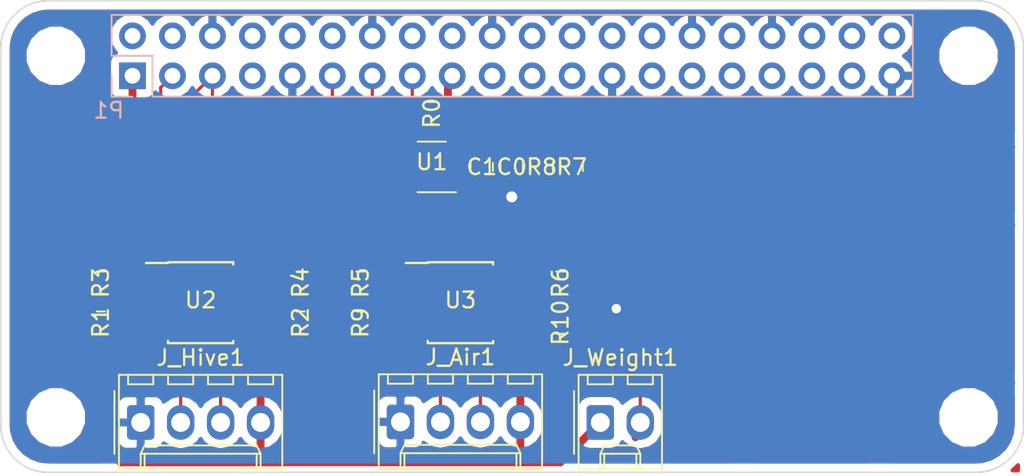
<source format=kicad_pcb>
(kicad_pcb (version 20171130) (host pcbnew "(5.0.2)-1")

  (general
    (thickness 1.6)
    (drawings 15)
    (tracks 159)
    (zones 0)
    (modules 24)
    (nets 39)
  )

  (page A4)
  (title_block
    (title "Beehive pHAT")
    (date 2019-01-21)
    (rev v2.0)
    (company "University of Glasgow")
  )

  (layers
    (0 F.Cu signal)
    (31 B.Cu signal hide)
    (32 B.Adhes user)
    (33 F.Adhes user)
    (34 B.Paste user)
    (35 F.Paste user)
    (36 B.SilkS user)
    (37 F.SilkS user)
    (38 B.Mask user)
    (39 F.Mask user)
    (40 Dwgs.User user)
    (41 Cmts.User user)
    (42 Eco1.User user)
    (43 Eco2.User user)
    (44 Edge.Cuts user)
    (45 Margin user)
    (46 B.CrtYd user hide)
    (47 F.CrtYd user hide)
    (48 B.Fab user hide)
    (49 F.Fab user hide)
  )

  (setup
    (last_trace_width 0.2)
    (trace_clearance 0.2)
    (zone_clearance 0.508)
    (zone_45_only no)
    (trace_min 0.2)
    (segment_width 0.1)
    (edge_width 0.1)
    (via_size 0.9)
    (via_drill 0.6)
    (via_min_size 0.8)
    (via_min_drill 0.5)
    (uvia_size 0.5)
    (uvia_drill 0.1)
    (uvias_allowed no)
    (uvia_min_size 0.5)
    (uvia_min_drill 0.1)
    (pcb_text_width 0.3)
    (pcb_text_size 1 1)
    (mod_edge_width 0.15)
    (mod_text_size 1 1)
    (mod_text_width 0.15)
    (pad_size 1.74 2.2)
    (pad_drill 1.2)
    (pad_to_mask_clearance 0)
    (solder_mask_min_width 0.25)
    (aux_axis_origin 200 150)
    (grid_origin 200 150)
    (visible_elements 7FFFFFFF)
    (pcbplotparams
      (layerselection 0x00030_80000001)
      (usegerberextensions true)
      (usegerberattributes false)
      (usegerberadvancedattributes false)
      (creategerberjobfile false)
      (excludeedgelayer true)
      (linewidth 0.150000)
      (plotframeref false)
      (viasonmask false)
      (mode 1)
      (useauxorigin false)
      (hpglpennumber 1)
      (hpglpenspeed 20)
      (hpglpendiameter 15.000000)
      (psnegative false)
      (psa4output false)
      (plotreference true)
      (plotvalue true)
      (plotinvisibletext false)
      (padsonsilk false)
      (subtractmaskfromsilk false)
      (outputformat 1)
      (mirror false)
      (drillshape 1)
      (scaleselection 1)
      (outputdirectory ""))
  )

  (net 0 "")
  (net 1 +3V3)
  (net 2 GND)
  (net 3 "Net-(P1-Pad2)")
  (net 4 "Net-(P1-Pad4)")
  (net 5 "Net-(P1-Pad7)")
  (net 6 "Net-(P1-Pad8)")
  (net 7 "Net-(P1-Pad10)")
  (net 8 "Net-(P1-Pad12)")
  (net 9 "Net-(P1-Pad16)")
  (net 10 "Net-(P1-Pad18)")
  (net 11 "Net-(P1-Pad19)")
  (net 12 "Net-(P1-Pad21)")
  (net 13 "Net-(P1-Pad22)")
  (net 14 "Net-(P1-Pad23)")
  (net 15 "Net-(P1-Pad24)")
  (net 16 "Net-(P1-Pad26)")
  (net 17 "Net-(P1-Pad27)")
  (net 18 "Net-(P1-Pad28)")
  (net 19 "Net-(P1-Pad29)")
  (net 20 "Net-(P1-Pad31)")
  (net 21 "Net-(P1-Pad32)")
  (net 22 "Net-(P1-Pad33)")
  (net 23 "Net-(P1-Pad35)")
  (net 24 "Net-(P1-Pad36)")
  (net 25 "Net-(P1-Pad37)")
  (net 26 "Net-(P1-Pad38)")
  (net 27 "Net-(P1-Pad40)")
  (net 28 /SCL1)
  (net 29 /SDA1)
  (net 30 /SCL0)
  (net 31 /SDA0)
  (net 32 "Net-(R7-Pad2)")
  (net 33 /AnalogIn)
  (net 34 /ADC_Alert)
  (net 35 /SDAH)
  (net 36 /SCLH)
  (net 37 /SCLA)
  (net 38 /SDAA)

  (net_class Default "This is the default net class."
    (clearance 0.2)
    (trace_width 0.2)
    (via_dia 0.9)
    (via_drill 0.6)
    (uvia_dia 0.5)
    (uvia_drill 0.1)
    (add_net /ADC_Alert)
    (add_net /AnalogIn)
    (add_net /SCL0)
    (add_net /SCL1)
    (add_net /SCLA)
    (add_net /SCLH)
    (add_net /SDA0)
    (add_net /SDA1)
    (add_net /SDAA)
    (add_net /SDAH)
    (add_net "Net-(P1-Pad10)")
    (add_net "Net-(P1-Pad12)")
    (add_net "Net-(P1-Pad16)")
    (add_net "Net-(P1-Pad18)")
    (add_net "Net-(P1-Pad19)")
    (add_net "Net-(P1-Pad2)")
    (add_net "Net-(P1-Pad21)")
    (add_net "Net-(P1-Pad22)")
    (add_net "Net-(P1-Pad23)")
    (add_net "Net-(P1-Pad24)")
    (add_net "Net-(P1-Pad26)")
    (add_net "Net-(P1-Pad27)")
    (add_net "Net-(P1-Pad28)")
    (add_net "Net-(P1-Pad29)")
    (add_net "Net-(P1-Pad31)")
    (add_net "Net-(P1-Pad32)")
    (add_net "Net-(P1-Pad33)")
    (add_net "Net-(P1-Pad35)")
    (add_net "Net-(P1-Pad36)")
    (add_net "Net-(P1-Pad37)")
    (add_net "Net-(P1-Pad38)")
    (add_net "Net-(P1-Pad4)")
    (add_net "Net-(P1-Pad40)")
    (add_net "Net-(P1-Pad7)")
    (add_net "Net-(P1-Pad8)")
    (add_net "Net-(R7-Pad2)")
  )

  (net_class Power ""
    (clearance 0.2)
    (trace_width 0.5)
    (via_dia 1)
    (via_drill 0.7)
    (uvia_dia 0.5)
    (uvia_drill 0.1)
    (add_net +3V3)
    (add_net GND)
  )

  (module Capacitor_SMD:C_0805_2012Metric_Pad1.15x1.40mm_HandSolder (layer F.Cu) (tedit 5B36C52B) (tstamp 5C55CE11)
    (at 232.469 130.569 270)
    (descr "Capacitor SMD 0805 (2012 Metric), square (rectangular) end terminal, IPC_7351 nominal with elongated pad for handsoldering. (Body size source: https://docs.google.com/spreadsheets/d/1BsfQQcO9C6DZCsRaXUlFlo91Tg2WpOkGARC1WS5S8t0/edit?usp=sharing), generated with kicad-footprint-generator")
    (tags "capacitor handsolder")
    (path /5C45F5A4)
    (attr smd)
    (fp_text reference C0 (at 0 0) (layer F.SilkS)
      (effects (font (size 1 1) (thickness 0.15)))
    )
    (fp_text value 0.1µ (at 0 1.65 270) (layer F.Fab)
      (effects (font (size 1 1) (thickness 0.15)))
    )
    (fp_text user %R (at 0 0 270) (layer F.Fab)
      (effects (font (size 0.5 0.5) (thickness 0.08)))
    )
    (fp_line (start 1.85 0.95) (end -1.85 0.95) (layer F.CrtYd) (width 0.05))
    (fp_line (start 1.85 -0.95) (end 1.85 0.95) (layer F.CrtYd) (width 0.05))
    (fp_line (start -1.85 -0.95) (end 1.85 -0.95) (layer F.CrtYd) (width 0.05))
    (fp_line (start -1.85 0.95) (end -1.85 -0.95) (layer F.CrtYd) (width 0.05))
    (fp_line (start -0.261252 0.71) (end 0.261252 0.71) (layer F.SilkS) (width 0.12))
    (fp_line (start -0.261252 -0.71) (end 0.261252 -0.71) (layer F.SilkS) (width 0.12))
    (fp_line (start 1 0.6) (end -1 0.6) (layer F.Fab) (width 0.1))
    (fp_line (start 1 -0.6) (end 1 0.6) (layer F.Fab) (width 0.1))
    (fp_line (start -1 -0.6) (end 1 -0.6) (layer F.Fab) (width 0.1))
    (fp_line (start -1 0.6) (end -1 -0.6) (layer F.Fab) (width 0.1))
    (pad 2 smd roundrect (at 1.025 0 270) (size 1.15 1.4) (layers F.Cu F.Paste F.Mask) (roundrect_rratio 0.217391)
      (net 2 GND))
    (pad 1 smd roundrect (at -1.025 0 270) (size 1.15 1.4) (layers F.Cu F.Paste F.Mask) (roundrect_rratio 0.217391)
      (net 1 +3V3))
    (model ${KISYS3DMOD}/Capacitor_SMD.3dshapes/C_0805_2012Metric.wrl
      (at (xyz 0 0 0))
      (scale (xyz 1 1 1))
      (rotate (xyz 0 0 0))
    )
  )

  (module Capacitor_SMD:C_0805_2012Metric_Pad1.15x1.40mm_HandSolder (layer F.Cu) (tedit 5B36C52B) (tstamp 5C55CE00)
    (at 230.564 130.569 270)
    (descr "Capacitor SMD 0805 (2012 Metric), square (rectangular) end terminal, IPC_7351 nominal with elongated pad for handsoldering. (Body size source: https://docs.google.com/spreadsheets/d/1BsfQQcO9C6DZCsRaXUlFlo91Tg2WpOkGARC1WS5S8t0/edit?usp=sharing), generated with kicad-footprint-generator")
    (tags "capacitor handsolder")
    (path /5C460C0C)
    (attr smd)
    (fp_text reference C1 (at 0 0) (layer F.SilkS)
      (effects (font (size 1 1) (thickness 0.15)))
    )
    (fp_text value 4.7µ (at 0 1.65 270) (layer F.Fab)
      (effects (font (size 1 1) (thickness 0.15)))
    )
    (fp_line (start -1 0.6) (end -1 -0.6) (layer F.Fab) (width 0.1))
    (fp_line (start -1 -0.6) (end 1 -0.6) (layer F.Fab) (width 0.1))
    (fp_line (start 1 -0.6) (end 1 0.6) (layer F.Fab) (width 0.1))
    (fp_line (start 1 0.6) (end -1 0.6) (layer F.Fab) (width 0.1))
    (fp_line (start -0.261252 -0.71) (end 0.261252 -0.71) (layer F.SilkS) (width 0.12))
    (fp_line (start -0.261252 0.71) (end 0.261252 0.71) (layer F.SilkS) (width 0.12))
    (fp_line (start -1.85 0.95) (end -1.85 -0.95) (layer F.CrtYd) (width 0.05))
    (fp_line (start -1.85 -0.95) (end 1.85 -0.95) (layer F.CrtYd) (width 0.05))
    (fp_line (start 1.85 -0.95) (end 1.85 0.95) (layer F.CrtYd) (width 0.05))
    (fp_line (start 1.85 0.95) (end -1.85 0.95) (layer F.CrtYd) (width 0.05))
    (fp_text user %R (at 0 0 270) (layer F.Fab)
      (effects (font (size 0.5 0.5) (thickness 0.08)))
    )
    (pad 1 smd roundrect (at -1.025 0 270) (size 1.15 1.4) (layers F.Cu F.Paste F.Mask) (roundrect_rratio 0.217391)
      (net 1 +3V3))
    (pad 2 smd roundrect (at 1.025 0 270) (size 1.15 1.4) (layers F.Cu F.Paste F.Mask) (roundrect_rratio 0.217391)
      (net 2 GND))
    (model ${KISYS3DMOD}/Capacitor_SMD.3dshapes/C_0805_2012Metric.wrl
      (at (xyz 0 0 0))
      (scale (xyz 1 1 1))
      (rotate (xyz 0 0 0))
    )
  )

  (module Package_TO_SOT_SMD:SOT-23-6 (layer F.Cu) (tedit 5A02FF57) (tstamp 5C55CBDB)
    (at 227.389 130.569 180)
    (descr "6-pin SOT-23 package")
    (tags SOT-23-6)
    (path /5C45F314)
    (attr smd)
    (fp_text reference U1 (at 0 0.315 180) (layer F.SilkS)
      (effects (font (size 1 1) (thickness 0.15)))
    )
    (fp_text value ADC101C021CIMK (at 0 2.9 180) (layer F.Fab)
      (effects (font (size 1 1) (thickness 0.15)))
    )
    (fp_text user %R (at 0 0 270) (layer F.Fab)
      (effects (font (size 0.5 0.5) (thickness 0.075)))
    )
    (fp_line (start -0.9 1.61) (end 0.9 1.61) (layer F.SilkS) (width 0.12))
    (fp_line (start 0.9 -1.61) (end -1.55 -1.61) (layer F.SilkS) (width 0.12))
    (fp_line (start 1.9 -1.8) (end -1.9 -1.8) (layer F.CrtYd) (width 0.05))
    (fp_line (start 1.9 1.8) (end 1.9 -1.8) (layer F.CrtYd) (width 0.05))
    (fp_line (start -1.9 1.8) (end 1.9 1.8) (layer F.CrtYd) (width 0.05))
    (fp_line (start -1.9 -1.8) (end -1.9 1.8) (layer F.CrtYd) (width 0.05))
    (fp_line (start -0.9 -0.9) (end -0.25 -1.55) (layer F.Fab) (width 0.1))
    (fp_line (start 0.9 -1.55) (end -0.25 -1.55) (layer F.Fab) (width 0.1))
    (fp_line (start -0.9 -0.9) (end -0.9 1.55) (layer F.Fab) (width 0.1))
    (fp_line (start 0.9 1.55) (end -0.9 1.55) (layer F.Fab) (width 0.1))
    (fp_line (start 0.9 -1.55) (end 0.9 1.55) (layer F.Fab) (width 0.1))
    (pad 1 smd rect (at -1.1 -0.95 180) (size 1.06 0.65) (layers F.Cu F.Paste F.Mask)
      (net 33 /AnalogIn))
    (pad 2 smd rect (at -1.1 0 180) (size 1.06 0.65) (layers F.Cu F.Paste F.Mask)
      (net 2 GND))
    (pad 3 smd rect (at -1.1 0.95 180) (size 1.06 0.65) (layers F.Cu F.Paste F.Mask)
      (net 1 +3V3))
    (pad 4 smd rect (at 1.1 0.95 180) (size 1.06 0.65) (layers F.Cu F.Paste F.Mask)
      (net 34 /ADC_Alert))
    (pad 6 smd rect (at 1.1 -0.95 180) (size 1.06 0.65) (layers F.Cu F.Paste F.Mask)
      (net 29 /SDA1))
    (pad 5 smd rect (at 1.1 0 180) (size 1.06 0.65) (layers F.Cu F.Paste F.Mask)
      (net 28 /SCL1))
    (model ${KISYS3DMOD}/Package_TO_SOT_SMD.3dshapes/SOT-23-6.wrl
      (at (xyz 0 0 0))
      (scale (xyz 1 1 1))
      (rotate (xyz 0 0 0))
    )
  )

  (module Resistor_SMD:R_0805_2012Metric_Pad1.15x1.40mm_HandSolder (layer F.Cu) (tedit 5B36C52B) (tstamp 5C55CB85)
    (at 206.35 137.935)
    (descr "Resistor SMD 0805 (2012 Metric), square (rectangular) end terminal, IPC_7351 nominal with elongated pad for handsoldering. (Body size source: https://docs.google.com/spreadsheets/d/1BsfQQcO9C6DZCsRaXUlFlo91Tg2WpOkGARC1WS5S8t0/edit?usp=sharing), generated with kicad-footprint-generator")
    (tags "resistor handsolder")
    (path /5C45F9EB)
    (attr smd)
    (fp_text reference R3 (at 0 0 90) (layer F.SilkS)
      (effects (font (size 1 1) (thickness 0.15)))
    )
    (fp_text value 5K (at 0 1.65) (layer F.Fab)
      (effects (font (size 1 1) (thickness 0.15)))
    )
    (fp_line (start -1 0.6) (end -1 -0.6) (layer F.Fab) (width 0.1))
    (fp_line (start -1 -0.6) (end 1 -0.6) (layer F.Fab) (width 0.1))
    (fp_line (start 1 -0.6) (end 1 0.6) (layer F.Fab) (width 0.1))
    (fp_line (start 1 0.6) (end -1 0.6) (layer F.Fab) (width 0.1))
    (fp_line (start -0.261252 -0.71) (end 0.261252 -0.71) (layer F.SilkS) (width 0.12))
    (fp_line (start -0.261252 0.71) (end 0.261252 0.71) (layer F.SilkS) (width 0.12))
    (fp_line (start -1.85 0.95) (end -1.85 -0.95) (layer F.CrtYd) (width 0.05))
    (fp_line (start -1.85 -0.95) (end 1.85 -0.95) (layer F.CrtYd) (width 0.05))
    (fp_line (start 1.85 -0.95) (end 1.85 0.95) (layer F.CrtYd) (width 0.05))
    (fp_line (start 1.85 0.95) (end -1.85 0.95) (layer F.CrtYd) (width 0.05))
    (fp_text user %R (at 0 0) (layer F.Fab)
      (effects (font (size 0.5 0.5) (thickness 0.08)))
    )
    (pad 1 smd roundrect (at -1.025 0) (size 1.15 1.4) (layers F.Cu F.Paste F.Mask) (roundrect_rratio 0.217391)
      (net 1 +3V3))
    (pad 2 smd roundrect (at 1.025 0) (size 1.15 1.4) (layers F.Cu F.Paste F.Mask) (roundrect_rratio 0.217391)
      (net 31 /SDA0))
    (model ${KISYS3DMOD}/Resistor_SMD.3dshapes/R_0805_2012Metric.wrl
      (at (xyz 0 0 0))
      (scale (xyz 1 1 1))
      (rotate (xyz 0 0 0))
    )
  )

  (module Resistor_SMD:R_0805_2012Metric_Pad1.15x1.40mm_HandSolder (layer F.Cu) (tedit 5B36C52B) (tstamp 5C55CB74)
    (at 219.05 140.475 180)
    (descr "Resistor SMD 0805 (2012 Metric), square (rectangular) end terminal, IPC_7351 nominal with elongated pad for handsoldering. (Body size source: https://docs.google.com/spreadsheets/d/1BsfQQcO9C6DZCsRaXUlFlo91Tg2WpOkGARC1WS5S8t0/edit?usp=sharing), generated with kicad-footprint-generator")
    (tags "resistor handsolder")
    (path /5C499014)
    (attr smd)
    (fp_text reference R2 (at 0 0 270) (layer F.SilkS)
      (effects (font (size 1 1) (thickness 0.15)))
    )
    (fp_text value 5K (at 0 1.65 180) (layer F.Fab)
      (effects (font (size 1 1) (thickness 0.15)))
    )
    (fp_text user %R (at 0 0 180) (layer F.Fab)
      (effects (font (size 0.5 0.5) (thickness 0.08)))
    )
    (fp_line (start 1.85 0.95) (end -1.85 0.95) (layer F.CrtYd) (width 0.05))
    (fp_line (start 1.85 -0.95) (end 1.85 0.95) (layer F.CrtYd) (width 0.05))
    (fp_line (start -1.85 -0.95) (end 1.85 -0.95) (layer F.CrtYd) (width 0.05))
    (fp_line (start -1.85 0.95) (end -1.85 -0.95) (layer F.CrtYd) (width 0.05))
    (fp_line (start -0.261252 0.71) (end 0.261252 0.71) (layer F.SilkS) (width 0.12))
    (fp_line (start -0.261252 -0.71) (end 0.261252 -0.71) (layer F.SilkS) (width 0.12))
    (fp_line (start 1 0.6) (end -1 0.6) (layer F.Fab) (width 0.1))
    (fp_line (start 1 -0.6) (end 1 0.6) (layer F.Fab) (width 0.1))
    (fp_line (start -1 -0.6) (end 1 -0.6) (layer F.Fab) (width 0.1))
    (fp_line (start -1 0.6) (end -1 -0.6) (layer F.Fab) (width 0.1))
    (pad 2 smd roundrect (at 1.025 0 180) (size 1.15 1.4) (layers F.Cu F.Paste F.Mask) (roundrect_rratio 0.217391)
      (net 36 /SCLH))
    (pad 1 smd roundrect (at -1.025 0 180) (size 1.15 1.4) (layers F.Cu F.Paste F.Mask) (roundrect_rratio 0.217391)
      (net 1 +3V3))
    (model ${KISYS3DMOD}/Resistor_SMD.3dshapes/R_0805_2012Metric.wrl
      (at (xyz 0 0 0))
      (scale (xyz 1 1 1))
      (rotate (xyz 0 0 0))
    )
  )

  (module Resistor_SMD:R_0805_2012Metric_Pad1.15x1.40mm_HandSolder (layer F.Cu) (tedit 5B36C52B) (tstamp 5C55CB63)
    (at 206.35 140.475)
    (descr "Resistor SMD 0805 (2012 Metric), square (rectangular) end terminal, IPC_7351 nominal with elongated pad for handsoldering. (Body size source: https://docs.google.com/spreadsheets/d/1BsfQQcO9C6DZCsRaXUlFlo91Tg2WpOkGARC1WS5S8t0/edit?usp=sharing), generated with kicad-footprint-generator")
    (tags "resistor handsolder")
    (path /5C49900D)
    (attr smd)
    (fp_text reference R1 (at 0 0 90) (layer F.SilkS)
      (effects (font (size 1 1) (thickness 0.15)))
    )
    (fp_text value 5K (at 0 1.65) (layer F.Fab)
      (effects (font (size 1 1) (thickness 0.15)))
    )
    (fp_line (start -1 0.6) (end -1 -0.6) (layer F.Fab) (width 0.1))
    (fp_line (start -1 -0.6) (end 1 -0.6) (layer F.Fab) (width 0.1))
    (fp_line (start 1 -0.6) (end 1 0.6) (layer F.Fab) (width 0.1))
    (fp_line (start 1 0.6) (end -1 0.6) (layer F.Fab) (width 0.1))
    (fp_line (start -0.261252 -0.71) (end 0.261252 -0.71) (layer F.SilkS) (width 0.12))
    (fp_line (start -0.261252 0.71) (end 0.261252 0.71) (layer F.SilkS) (width 0.12))
    (fp_line (start -1.85 0.95) (end -1.85 -0.95) (layer F.CrtYd) (width 0.05))
    (fp_line (start -1.85 -0.95) (end 1.85 -0.95) (layer F.CrtYd) (width 0.05))
    (fp_line (start 1.85 -0.95) (end 1.85 0.95) (layer F.CrtYd) (width 0.05))
    (fp_line (start 1.85 0.95) (end -1.85 0.95) (layer F.CrtYd) (width 0.05))
    (fp_text user %R (at 0 0) (layer F.Fab)
      (effects (font (size 0.5 0.5) (thickness 0.08)))
    )
    (pad 1 smd roundrect (at -1.025 0) (size 1.15 1.4) (layers F.Cu F.Paste F.Mask) (roundrect_rratio 0.217391)
      (net 1 +3V3))
    (pad 2 smd roundrect (at 1.025 0) (size 1.15 1.4) (layers F.Cu F.Paste F.Mask) (roundrect_rratio 0.217391)
      (net 35 /SDAH))
    (model ${KISYS3DMOD}/Resistor_SMD.3dshapes/R_0805_2012Metric.wrl
      (at (xyz 0 0 0))
      (scale (xyz 1 1 1))
      (rotate (xyz 0 0 0))
    )
  )

  (module Resistor_SMD:R_0805_2012Metric_Pad1.15x1.40mm_HandSolder (layer F.Cu) (tedit 5B36C52B) (tstamp 5C55CB52)
    (at 227.389 127.149)
    (descr "Resistor SMD 0805 (2012 Metric), square (rectangular) end terminal, IPC_7351 nominal with elongated pad for handsoldering. (Body size source: https://docs.google.com/spreadsheets/d/1BsfQQcO9C6DZCsRaXUlFlo91Tg2WpOkGARC1WS5S8t0/edit?usp=sharing), generated with kicad-footprint-generator")
    (tags "resistor handsolder")
    (path /5C45F4DE)
    (attr smd)
    (fp_text reference R0 (at 0 0 90) (layer F.SilkS)
      (effects (font (size 1 1) (thickness 0.15)))
    )
    (fp_text value 5K (at 0 1.65) (layer F.Fab)
      (effects (font (size 1 1) (thickness 0.15)))
    )
    (fp_text user %R (at 0 0) (layer F.Fab)
      (effects (font (size 0.5 0.5) (thickness 0.08)))
    )
    (fp_line (start 1.85 0.95) (end -1.85 0.95) (layer F.CrtYd) (width 0.05))
    (fp_line (start 1.85 -0.95) (end 1.85 0.95) (layer F.CrtYd) (width 0.05))
    (fp_line (start -1.85 -0.95) (end 1.85 -0.95) (layer F.CrtYd) (width 0.05))
    (fp_line (start -1.85 0.95) (end -1.85 -0.95) (layer F.CrtYd) (width 0.05))
    (fp_line (start -0.261252 0.71) (end 0.261252 0.71) (layer F.SilkS) (width 0.12))
    (fp_line (start -0.261252 -0.71) (end 0.261252 -0.71) (layer F.SilkS) (width 0.12))
    (fp_line (start 1 0.6) (end -1 0.6) (layer F.Fab) (width 0.1))
    (fp_line (start 1 -0.6) (end 1 0.6) (layer F.Fab) (width 0.1))
    (fp_line (start -1 -0.6) (end 1 -0.6) (layer F.Fab) (width 0.1))
    (fp_line (start -1 0.6) (end -1 -0.6) (layer F.Fab) (width 0.1))
    (pad 2 smd roundrect (at 1.025 0) (size 1.15 1.4) (layers F.Cu F.Paste F.Mask) (roundrect_rratio 0.217391)
      (net 1 +3V3))
    (pad 1 smd roundrect (at -1.025 0) (size 1.15 1.4) (layers F.Cu F.Paste F.Mask) (roundrect_rratio 0.217391)
      (net 34 /ADC_Alert))
    (model ${KISYS3DMOD}/Resistor_SMD.3dshapes/R_0805_2012Metric.wrl
      (at (xyz 0 0 0))
      (scale (xyz 1 1 1))
      (rotate (xyz 0 0 0))
    )
  )

  (module Resistor_SMD:R_0805_2012Metric_Pad1.15x1.40mm_HandSolder (layer F.Cu) (tedit 5B36C52B) (tstamp 5C55CB41)
    (at 219.05 137.935 180)
    (descr "Resistor SMD 0805 (2012 Metric), square (rectangular) end terminal, IPC_7351 nominal with elongated pad for handsoldering. (Body size source: https://docs.google.com/spreadsheets/d/1BsfQQcO9C6DZCsRaXUlFlo91Tg2WpOkGARC1WS5S8t0/edit?usp=sharing), generated with kicad-footprint-generator")
    (tags "resistor handsolder")
    (path /5C45F9F2)
    (attr smd)
    (fp_text reference R4 (at 0 0 270) (layer F.SilkS)
      (effects (font (size 1 1) (thickness 0.15)))
    )
    (fp_text value 5K (at 0 1.65 180) (layer F.Fab)
      (effects (font (size 1 1) (thickness 0.15)))
    )
    (fp_line (start -1 0.6) (end -1 -0.6) (layer F.Fab) (width 0.1))
    (fp_line (start -1 -0.6) (end 1 -0.6) (layer F.Fab) (width 0.1))
    (fp_line (start 1 -0.6) (end 1 0.6) (layer F.Fab) (width 0.1))
    (fp_line (start 1 0.6) (end -1 0.6) (layer F.Fab) (width 0.1))
    (fp_line (start -0.261252 -0.71) (end 0.261252 -0.71) (layer F.SilkS) (width 0.12))
    (fp_line (start -0.261252 0.71) (end 0.261252 0.71) (layer F.SilkS) (width 0.12))
    (fp_line (start -1.85 0.95) (end -1.85 -0.95) (layer F.CrtYd) (width 0.05))
    (fp_line (start -1.85 -0.95) (end 1.85 -0.95) (layer F.CrtYd) (width 0.05))
    (fp_line (start 1.85 -0.95) (end 1.85 0.95) (layer F.CrtYd) (width 0.05))
    (fp_line (start 1.85 0.95) (end -1.85 0.95) (layer F.CrtYd) (width 0.05))
    (fp_text user %R (at 0 0 180) (layer F.Fab)
      (effects (font (size 0.5 0.5) (thickness 0.08)))
    )
    (pad 1 smd roundrect (at -1.025 0 180) (size 1.15 1.4) (layers F.Cu F.Paste F.Mask) (roundrect_rratio 0.217391)
      (net 1 +3V3))
    (pad 2 smd roundrect (at 1.025 0 180) (size 1.15 1.4) (layers F.Cu F.Paste F.Mask) (roundrect_rratio 0.217391)
      (net 30 /SCL0))
    (model ${KISYS3DMOD}/Resistor_SMD.3dshapes/R_0805_2012Metric.wrl
      (at (xyz 0 0 0))
      (scale (xyz 1 1 1))
      (rotate (xyz 0 0 0))
    )
  )

  (module Resistor_SMD:R_0805_2012Metric_Pad1.15x1.40mm_HandSolder (layer F.Cu) (tedit 5B36C52B) (tstamp 5C55CB30)
    (at 222.86 137.935)
    (descr "Resistor SMD 0805 (2012 Metric), square (rectangular) end terminal, IPC_7351 nominal with elongated pad for handsoldering. (Body size source: https://docs.google.com/spreadsheets/d/1BsfQQcO9C6DZCsRaXUlFlo91Tg2WpOkGARC1WS5S8t0/edit?usp=sharing), generated with kicad-footprint-generator")
    (tags "resistor handsolder")
    (path /5C45FC34)
    (attr smd)
    (fp_text reference R5 (at 0 0 90) (layer F.SilkS)
      (effects (font (size 1 1) (thickness 0.15)))
    )
    (fp_text value 5K (at 0 1.65) (layer F.Fab)
      (effects (font (size 1 1) (thickness 0.15)))
    )
    (fp_text user %R (at 0 0) (layer F.Fab)
      (effects (font (size 0.5 0.5) (thickness 0.08)))
    )
    (fp_line (start 1.85 0.95) (end -1.85 0.95) (layer F.CrtYd) (width 0.05))
    (fp_line (start 1.85 -0.95) (end 1.85 0.95) (layer F.CrtYd) (width 0.05))
    (fp_line (start -1.85 -0.95) (end 1.85 -0.95) (layer F.CrtYd) (width 0.05))
    (fp_line (start -1.85 0.95) (end -1.85 -0.95) (layer F.CrtYd) (width 0.05))
    (fp_line (start -0.261252 0.71) (end 0.261252 0.71) (layer F.SilkS) (width 0.12))
    (fp_line (start -0.261252 -0.71) (end 0.261252 -0.71) (layer F.SilkS) (width 0.12))
    (fp_line (start 1 0.6) (end -1 0.6) (layer F.Fab) (width 0.1))
    (fp_line (start 1 -0.6) (end 1 0.6) (layer F.Fab) (width 0.1))
    (fp_line (start -1 -0.6) (end 1 -0.6) (layer F.Fab) (width 0.1))
    (fp_line (start -1 0.6) (end -1 -0.6) (layer F.Fab) (width 0.1))
    (pad 2 smd roundrect (at 1.025 0) (size 1.15 1.4) (layers F.Cu F.Paste F.Mask) (roundrect_rratio 0.217391)
      (net 29 /SDA1))
    (pad 1 smd roundrect (at -1.025 0) (size 1.15 1.4) (layers F.Cu F.Paste F.Mask) (roundrect_rratio 0.217391)
      (net 1 +3V3))
    (model ${KISYS3DMOD}/Resistor_SMD.3dshapes/R_0805_2012Metric.wrl
      (at (xyz 0 0 0))
      (scale (xyz 1 1 1))
      (rotate (xyz 0 0 0))
    )
  )

  (module Resistor_SMD:R_0805_2012Metric_Pad1.15x1.40mm_HandSolder (layer F.Cu) (tedit 5B36C52B) (tstamp 5C55CB1F)
    (at 235.56 137.935 180)
    (descr "Resistor SMD 0805 (2012 Metric), square (rectangular) end terminal, IPC_7351 nominal with elongated pad for handsoldering. (Body size source: https://docs.google.com/spreadsheets/d/1BsfQQcO9C6DZCsRaXUlFlo91Tg2WpOkGARC1WS5S8t0/edit?usp=sharing), generated with kicad-footprint-generator")
    (tags "resistor handsolder")
    (path /5C45FC3B)
    (attr smd)
    (fp_text reference R6 (at 0 0 270) (layer F.SilkS)
      (effects (font (size 1 1) (thickness 0.15)))
    )
    (fp_text value 5K (at 0 1.65 180) (layer F.Fab)
      (effects (font (size 1 1) (thickness 0.15)))
    )
    (fp_line (start -1 0.6) (end -1 -0.6) (layer F.Fab) (width 0.1))
    (fp_line (start -1 -0.6) (end 1 -0.6) (layer F.Fab) (width 0.1))
    (fp_line (start 1 -0.6) (end 1 0.6) (layer F.Fab) (width 0.1))
    (fp_line (start 1 0.6) (end -1 0.6) (layer F.Fab) (width 0.1))
    (fp_line (start -0.261252 -0.71) (end 0.261252 -0.71) (layer F.SilkS) (width 0.12))
    (fp_line (start -0.261252 0.71) (end 0.261252 0.71) (layer F.SilkS) (width 0.12))
    (fp_line (start -1.85 0.95) (end -1.85 -0.95) (layer F.CrtYd) (width 0.05))
    (fp_line (start -1.85 -0.95) (end 1.85 -0.95) (layer F.CrtYd) (width 0.05))
    (fp_line (start 1.85 -0.95) (end 1.85 0.95) (layer F.CrtYd) (width 0.05))
    (fp_line (start 1.85 0.95) (end -1.85 0.95) (layer F.CrtYd) (width 0.05))
    (fp_text user %R (at 0 0 180) (layer F.Fab)
      (effects (font (size 0.5 0.5) (thickness 0.08)))
    )
    (pad 1 smd roundrect (at -1.025 0 180) (size 1.15 1.4) (layers F.Cu F.Paste F.Mask) (roundrect_rratio 0.217391)
      (net 1 +3V3))
    (pad 2 smd roundrect (at 1.025 0 180) (size 1.15 1.4) (layers F.Cu F.Paste F.Mask) (roundrect_rratio 0.217391)
      (net 28 /SCL1))
    (model ${KISYS3DMOD}/Resistor_SMD.3dshapes/R_0805_2012Metric.wrl
      (at (xyz 0 0 0))
      (scale (xyz 1 1 1))
      (rotate (xyz 0 0 0))
    )
  )

  (module Resistor_SMD:R_0805_2012Metric_Pad1.15x1.40mm_HandSolder (layer F.Cu) (tedit 5B36C52B) (tstamp 5C55CB0E)
    (at 236.279 130.569 90)
    (descr "Resistor SMD 0805 (2012 Metric), square (rectangular) end terminal, IPC_7351 nominal with elongated pad for handsoldering. (Body size source: https://docs.google.com/spreadsheets/d/1BsfQQcO9C6DZCsRaXUlFlo91Tg2WpOkGARC1WS5S8t0/edit?usp=sharing), generated with kicad-footprint-generator")
    (tags "resistor handsolder")
    (path /5C45FEE1)
    (attr smd)
    (fp_text reference R7 (at 0 0 180) (layer F.SilkS)
      (effects (font (size 1 1) (thickness 0.15)))
    )
    (fp_text value 5K (at 0 1.65 90) (layer F.Fab)
      (effects (font (size 1 1) (thickness 0.15)))
    )
    (fp_line (start -1 0.6) (end -1 -0.6) (layer F.Fab) (width 0.1))
    (fp_line (start -1 -0.6) (end 1 -0.6) (layer F.Fab) (width 0.1))
    (fp_line (start 1 -0.6) (end 1 0.6) (layer F.Fab) (width 0.1))
    (fp_line (start 1 0.6) (end -1 0.6) (layer F.Fab) (width 0.1))
    (fp_line (start -0.261252 -0.71) (end 0.261252 -0.71) (layer F.SilkS) (width 0.12))
    (fp_line (start -0.261252 0.71) (end 0.261252 0.71) (layer F.SilkS) (width 0.12))
    (fp_line (start -1.85 0.95) (end -1.85 -0.95) (layer F.CrtYd) (width 0.05))
    (fp_line (start -1.85 -0.95) (end 1.85 -0.95) (layer F.CrtYd) (width 0.05))
    (fp_line (start 1.85 -0.95) (end 1.85 0.95) (layer F.CrtYd) (width 0.05))
    (fp_line (start 1.85 0.95) (end -1.85 0.95) (layer F.CrtYd) (width 0.05))
    (fp_text user %R (at 0 0 90) (layer F.Fab)
      (effects (font (size 0.5 0.5) (thickness 0.08)))
    )
    (pad 1 smd roundrect (at -1.025 0 90) (size 1.15 1.4) (layers F.Cu F.Paste F.Mask) (roundrect_rratio 0.217391)
      (net 33 /AnalogIn))
    (pad 2 smd roundrect (at 1.025 0 90) (size 1.15 1.4) (layers F.Cu F.Paste F.Mask) (roundrect_rratio 0.217391)
      (net 32 "Net-(R7-Pad2)"))
    (model ${KISYS3DMOD}/Resistor_SMD.3dshapes/R_0805_2012Metric.wrl
      (at (xyz 0 0 0))
      (scale (xyz 1 1 1))
      (rotate (xyz 0 0 0))
    )
  )

  (module Resistor_SMD:R_0805_2012Metric_Pad1.15x1.40mm_HandSolder (layer F.Cu) (tedit 5B36C52B) (tstamp 5C55CAFD)
    (at 234.374 130.569 270)
    (descr "Resistor SMD 0805 (2012 Metric), square (rectangular) end terminal, IPC_7351 nominal with elongated pad for handsoldering. (Body size source: https://docs.google.com/spreadsheets/d/1BsfQQcO9C6DZCsRaXUlFlo91Tg2WpOkGARC1WS5S8t0/edit?usp=sharing), generated with kicad-footprint-generator")
    (tags "resistor handsolder")
    (path /5C45FEE8)
    (attr smd)
    (fp_text reference R8 (at 0 0) (layer F.SilkS)
      (effects (font (size 1 1) (thickness 0.15)))
    )
    (fp_text value 5K (at 0 1.65 270) (layer F.Fab)
      (effects (font (size 1 1) (thickness 0.15)))
    )
    (fp_line (start -1 0.6) (end -1 -0.6) (layer F.Fab) (width 0.1))
    (fp_line (start -1 -0.6) (end 1 -0.6) (layer F.Fab) (width 0.1))
    (fp_line (start 1 -0.6) (end 1 0.6) (layer F.Fab) (width 0.1))
    (fp_line (start 1 0.6) (end -1 0.6) (layer F.Fab) (width 0.1))
    (fp_line (start -0.261252 -0.71) (end 0.261252 -0.71) (layer F.SilkS) (width 0.12))
    (fp_line (start -0.261252 0.71) (end 0.261252 0.71) (layer F.SilkS) (width 0.12))
    (fp_line (start -1.85 0.95) (end -1.85 -0.95) (layer F.CrtYd) (width 0.05))
    (fp_line (start -1.85 -0.95) (end 1.85 -0.95) (layer F.CrtYd) (width 0.05))
    (fp_line (start 1.85 -0.95) (end 1.85 0.95) (layer F.CrtYd) (width 0.05))
    (fp_line (start 1.85 0.95) (end -1.85 0.95) (layer F.CrtYd) (width 0.05))
    (fp_text user %R (at 0 0 270) (layer F.Fab)
      (effects (font (size 0.5 0.5) (thickness 0.08)))
    )
    (pad 1 smd roundrect (at -1.025 0 270) (size 1.15 1.4) (layers F.Cu F.Paste F.Mask) (roundrect_rratio 0.217391)
      (net 32 "Net-(R7-Pad2)"))
    (pad 2 smd roundrect (at 1.025 0 270) (size 1.15 1.4) (layers F.Cu F.Paste F.Mask) (roundrect_rratio 0.217391)
      (net 2 GND))
    (model ${KISYS3DMOD}/Resistor_SMD.3dshapes/R_0805_2012Metric.wrl
      (at (xyz 0 0 0))
      (scale (xyz 1 1 1))
      (rotate (xyz 0 0 0))
    )
  )

  (module Connector_Molex:Molex_KK-254_AE-6410-02A_1x02_P2.54mm_Vertical (layer F.Cu) (tedit 5B78013E) (tstamp 5C55C226)
    (at 238.1 146.825)
    (descr "Molex KK-254 Interconnect System, old/engineering part number: AE-6410-02A example for new part number: 22-27-2021, 2 Pins (http://www.molex.com/pdm_docs/sd/022272021_sd.pdf), generated with kicad-footprint-generator")
    (tags "connector Molex KK-254 side entry")
    (path /5C4707D9)
    (fp_text reference J_Weight1 (at 1.27 -4.12) (layer F.SilkS)
      (effects (font (size 1 1) (thickness 0.15)))
    )
    (fp_text value Conn_01x02 (at 1.27 4.08) (layer F.Fab)
      (effects (font (size 1 1) (thickness 0.15)))
    )
    (fp_line (start -1.27 -2.92) (end -1.27 2.88) (layer F.Fab) (width 0.1))
    (fp_line (start -1.27 2.88) (end 3.81 2.88) (layer F.Fab) (width 0.1))
    (fp_line (start 3.81 2.88) (end 3.81 -2.92) (layer F.Fab) (width 0.1))
    (fp_line (start 3.81 -2.92) (end -1.27 -2.92) (layer F.Fab) (width 0.1))
    (fp_line (start -1.38 -3.03) (end -1.38 2.99) (layer F.SilkS) (width 0.12))
    (fp_line (start -1.38 2.99) (end 3.92 2.99) (layer F.SilkS) (width 0.12))
    (fp_line (start 3.92 2.99) (end 3.92 -3.03) (layer F.SilkS) (width 0.12))
    (fp_line (start 3.92 -3.03) (end -1.38 -3.03) (layer F.SilkS) (width 0.12))
    (fp_line (start -1.67 -2) (end -1.67 2) (layer F.SilkS) (width 0.12))
    (fp_line (start -1.27 -0.5) (end -0.562893 0) (layer F.Fab) (width 0.1))
    (fp_line (start -0.562893 0) (end -1.27 0.5) (layer F.Fab) (width 0.1))
    (fp_line (start 0 2.99) (end 0 1.99) (layer F.SilkS) (width 0.12))
    (fp_line (start 0 1.99) (end 2.54 1.99) (layer F.SilkS) (width 0.12))
    (fp_line (start 2.54 1.99) (end 2.54 2.99) (layer F.SilkS) (width 0.12))
    (fp_line (start 0 1.99) (end 0.25 1.46) (layer F.SilkS) (width 0.12))
    (fp_line (start 0.25 1.46) (end 2.29 1.46) (layer F.SilkS) (width 0.12))
    (fp_line (start 2.29 1.46) (end 2.54 1.99) (layer F.SilkS) (width 0.12))
    (fp_line (start 0.25 2.99) (end 0.25 1.99) (layer F.SilkS) (width 0.12))
    (fp_line (start 2.29 2.99) (end 2.29 1.99) (layer F.SilkS) (width 0.12))
    (fp_line (start -0.8 -3.03) (end -0.8 -2.43) (layer F.SilkS) (width 0.12))
    (fp_line (start -0.8 -2.43) (end 0.8 -2.43) (layer F.SilkS) (width 0.12))
    (fp_line (start 0.8 -2.43) (end 0.8 -3.03) (layer F.SilkS) (width 0.12))
    (fp_line (start 1.74 -3.03) (end 1.74 -2.43) (layer F.SilkS) (width 0.12))
    (fp_line (start 1.74 -2.43) (end 3.34 -2.43) (layer F.SilkS) (width 0.12))
    (fp_line (start 3.34 -2.43) (end 3.34 -3.03) (layer F.SilkS) (width 0.12))
    (fp_line (start -1.77 -3.42) (end -1.77 3.38) (layer F.CrtYd) (width 0.05))
    (fp_line (start -1.77 3.38) (end 4.31 3.38) (layer F.CrtYd) (width 0.05))
    (fp_line (start 4.31 3.38) (end 4.31 -3.42) (layer F.CrtYd) (width 0.05))
    (fp_line (start 4.31 -3.42) (end -1.77 -3.42) (layer F.CrtYd) (width 0.05))
    (fp_text user %R (at 1.27 -2.22) (layer F.Fab)
      (effects (font (size 1 1) (thickness 0.15)))
    )
    (pad 1 thru_hole roundrect (at 0 0) (size 1.74 2.2) (drill 1.2) (layers *.Cu *.Mask) (roundrect_rratio 0.143678)
      (net 1 +3V3))
    (pad 2 thru_hole oval (at 2.54 0) (size 1.74 2.2) (drill 1.2) (layers *.Cu *.Mask)
      (net 33 /AnalogIn))
    (model ${KISYS3DMOD}/Connector_Molex.3dshapes/Molex_KK-254_AE-6410-02A_1x02_P2.54mm_Vertical.wrl
      (at (xyz 0 0 0))
      (scale (xyz 1 1 1))
      (rotate (xyz 0 0 0))
    )
  )

  (module Connector_Molex:Molex_KK-254_AE-6410-04A_1x04_P2.54mm_Vertical (layer F.Cu) (tedit 5B78013E) (tstamp 5C55C202)
    (at 225.4 146.79)
    (descr "Molex KK-254 Interconnect System, old/engineering part number: AE-6410-04A example for new part number: 22-27-2041, 4 Pins (http://www.molex.com/pdm_docs/sd/022272021_sd.pdf), generated with kicad-footprint-generator")
    (tags "connector Molex KK-254 side entry")
    (path /5C4706C5)
    (fp_text reference J_Air1 (at 3.81 -4.12) (layer F.SilkS)
      (effects (font (size 1 1) (thickness 0.15)))
    )
    (fp_text value Conn_01x04 (at 3.81 4.08) (layer F.Fab)
      (effects (font (size 1 1) (thickness 0.15)))
    )
    (fp_text user %R (at 3.81 -2.22) (layer F.Fab)
      (effects (font (size 1 1) (thickness 0.15)))
    )
    (fp_line (start 9.39 -3.42) (end -1.77 -3.42) (layer F.CrtYd) (width 0.05))
    (fp_line (start 9.39 3.38) (end 9.39 -3.42) (layer F.CrtYd) (width 0.05))
    (fp_line (start -1.77 3.38) (end 9.39 3.38) (layer F.CrtYd) (width 0.05))
    (fp_line (start -1.77 -3.42) (end -1.77 3.38) (layer F.CrtYd) (width 0.05))
    (fp_line (start 8.42 -2.43) (end 8.42 -3.03) (layer F.SilkS) (width 0.12))
    (fp_line (start 6.82 -2.43) (end 8.42 -2.43) (layer F.SilkS) (width 0.12))
    (fp_line (start 6.82 -3.03) (end 6.82 -2.43) (layer F.SilkS) (width 0.12))
    (fp_line (start 5.88 -2.43) (end 5.88 -3.03) (layer F.SilkS) (width 0.12))
    (fp_line (start 4.28 -2.43) (end 5.88 -2.43) (layer F.SilkS) (width 0.12))
    (fp_line (start 4.28 -3.03) (end 4.28 -2.43) (layer F.SilkS) (width 0.12))
    (fp_line (start 3.34 -2.43) (end 3.34 -3.03) (layer F.SilkS) (width 0.12))
    (fp_line (start 1.74 -2.43) (end 3.34 -2.43) (layer F.SilkS) (width 0.12))
    (fp_line (start 1.74 -3.03) (end 1.74 -2.43) (layer F.SilkS) (width 0.12))
    (fp_line (start 0.8 -2.43) (end 0.8 -3.03) (layer F.SilkS) (width 0.12))
    (fp_line (start -0.8 -2.43) (end 0.8 -2.43) (layer F.SilkS) (width 0.12))
    (fp_line (start -0.8 -3.03) (end -0.8 -2.43) (layer F.SilkS) (width 0.12))
    (fp_line (start 7.37 2.99) (end 7.37 1.99) (layer F.SilkS) (width 0.12))
    (fp_line (start 0.25 2.99) (end 0.25 1.99) (layer F.SilkS) (width 0.12))
    (fp_line (start 7.37 1.46) (end 7.62 1.99) (layer F.SilkS) (width 0.12))
    (fp_line (start 0.25 1.46) (end 7.37 1.46) (layer F.SilkS) (width 0.12))
    (fp_line (start 0 1.99) (end 0.25 1.46) (layer F.SilkS) (width 0.12))
    (fp_line (start 7.62 1.99) (end 7.62 2.99) (layer F.SilkS) (width 0.12))
    (fp_line (start 0 1.99) (end 7.62 1.99) (layer F.SilkS) (width 0.12))
    (fp_line (start 0 2.99) (end 0 1.99) (layer F.SilkS) (width 0.12))
    (fp_line (start -0.562893 0) (end -1.27 0.5) (layer F.Fab) (width 0.1))
    (fp_line (start -1.27 -0.5) (end -0.562893 0) (layer F.Fab) (width 0.1))
    (fp_line (start -1.67 -2) (end -1.67 2) (layer F.SilkS) (width 0.12))
    (fp_line (start 9 -3.03) (end -1.38 -3.03) (layer F.SilkS) (width 0.12))
    (fp_line (start 9 2.99) (end 9 -3.03) (layer F.SilkS) (width 0.12))
    (fp_line (start -1.38 2.99) (end 9 2.99) (layer F.SilkS) (width 0.12))
    (fp_line (start -1.38 -3.03) (end -1.38 2.99) (layer F.SilkS) (width 0.12))
    (fp_line (start 8.89 -2.92) (end -1.27 -2.92) (layer F.Fab) (width 0.1))
    (fp_line (start 8.89 2.88) (end 8.89 -2.92) (layer F.Fab) (width 0.1))
    (fp_line (start -1.27 2.88) (end 8.89 2.88) (layer F.Fab) (width 0.1))
    (fp_line (start -1.27 -2.92) (end -1.27 2.88) (layer F.Fab) (width 0.1))
    (pad 4 thru_hole oval (at 7.62 0) (size 1.74 2.2) (drill 1.2) (layers *.Cu *.Mask)
      (net 1 +3V3))
    (pad 3 thru_hole oval (at 5.08 0) (size 1.74 2.2) (drill 1.2) (layers *.Cu *.Mask)
      (net 37 /SCLA))
    (pad 2 thru_hole oval (at 2.54 0) (size 1.74 2.2) (drill 1.2) (layers *.Cu *.Mask)
      (net 38 /SDAA))
    (pad 1 thru_hole roundrect (at 0 0) (size 1.74 2.2) (drill 1.2) (layers *.Cu *.Mask) (roundrect_rratio 0.143678)
      (net 2 GND))
    (model ${KISYS3DMOD}/Connector_Molex.3dshapes/Molex_KK-254_AE-6410-04A_1x04_P2.54mm_Vertical.wrl
      (at (xyz 0 0 0))
      (scale (xyz 1 1 1))
      (rotate (xyz 0 0 0))
    )
  )

  (module Connector_Molex:Molex_KK-254_AE-6410-04A_1x04_P2.54mm_Vertical (layer F.Cu) (tedit 5B78013E) (tstamp 5C55C1D6)
    (at 208.89 146.825)
    (descr "Molex KK-254 Interconnect System, old/engineering part number: AE-6410-04A example for new part number: 22-27-2041, 4 Pins (http://www.molex.com/pdm_docs/sd/022272021_sd.pdf), generated with kicad-footprint-generator")
    (tags "connector Molex KK-254 side entry")
    (path /5C470742)
    (fp_text reference J_Hive1 (at 3.81 -4.12) (layer F.SilkS)
      (effects (font (size 1 1) (thickness 0.15)))
    )
    (fp_text value Conn_01x04 (at 3.81 4.08) (layer F.Fab)
      (effects (font (size 1 1) (thickness 0.15)))
    )
    (fp_line (start -1.27 -2.92) (end -1.27 2.88) (layer F.Fab) (width 0.1))
    (fp_line (start -1.27 2.88) (end 8.89 2.88) (layer F.Fab) (width 0.1))
    (fp_line (start 8.89 2.88) (end 8.89 -2.92) (layer F.Fab) (width 0.1))
    (fp_line (start 8.89 -2.92) (end -1.27 -2.92) (layer F.Fab) (width 0.1))
    (fp_line (start -1.38 -3.03) (end -1.38 2.99) (layer F.SilkS) (width 0.12))
    (fp_line (start -1.38 2.99) (end 9 2.99) (layer F.SilkS) (width 0.12))
    (fp_line (start 9 2.99) (end 9 -3.03) (layer F.SilkS) (width 0.12))
    (fp_line (start 9 -3.03) (end -1.38 -3.03) (layer F.SilkS) (width 0.12))
    (fp_line (start -1.67 -2) (end -1.67 2) (layer F.SilkS) (width 0.12))
    (fp_line (start -1.27 -0.5) (end -0.562893 0) (layer F.Fab) (width 0.1))
    (fp_line (start -0.562893 0) (end -1.27 0.5) (layer F.Fab) (width 0.1))
    (fp_line (start 0 2.99) (end 0 1.99) (layer F.SilkS) (width 0.12))
    (fp_line (start 0 1.99) (end 7.62 1.99) (layer F.SilkS) (width 0.12))
    (fp_line (start 7.62 1.99) (end 7.62 2.99) (layer F.SilkS) (width 0.12))
    (fp_line (start 0 1.99) (end 0.25 1.46) (layer F.SilkS) (width 0.12))
    (fp_line (start 0.25 1.46) (end 7.37 1.46) (layer F.SilkS) (width 0.12))
    (fp_line (start 7.37 1.46) (end 7.62 1.99) (layer F.SilkS) (width 0.12))
    (fp_line (start 0.25 2.99) (end 0.25 1.99) (layer F.SilkS) (width 0.12))
    (fp_line (start 7.37 2.99) (end 7.37 1.99) (layer F.SilkS) (width 0.12))
    (fp_line (start -0.8 -3.03) (end -0.8 -2.43) (layer F.SilkS) (width 0.12))
    (fp_line (start -0.8 -2.43) (end 0.8 -2.43) (layer F.SilkS) (width 0.12))
    (fp_line (start 0.8 -2.43) (end 0.8 -3.03) (layer F.SilkS) (width 0.12))
    (fp_line (start 1.74 -3.03) (end 1.74 -2.43) (layer F.SilkS) (width 0.12))
    (fp_line (start 1.74 -2.43) (end 3.34 -2.43) (layer F.SilkS) (width 0.12))
    (fp_line (start 3.34 -2.43) (end 3.34 -3.03) (layer F.SilkS) (width 0.12))
    (fp_line (start 4.28 -3.03) (end 4.28 -2.43) (layer F.SilkS) (width 0.12))
    (fp_line (start 4.28 -2.43) (end 5.88 -2.43) (layer F.SilkS) (width 0.12))
    (fp_line (start 5.88 -2.43) (end 5.88 -3.03) (layer F.SilkS) (width 0.12))
    (fp_line (start 6.82 -3.03) (end 6.82 -2.43) (layer F.SilkS) (width 0.12))
    (fp_line (start 6.82 -2.43) (end 8.42 -2.43) (layer F.SilkS) (width 0.12))
    (fp_line (start 8.42 -2.43) (end 8.42 -3.03) (layer F.SilkS) (width 0.12))
    (fp_line (start -1.77 -3.42) (end -1.77 3.38) (layer F.CrtYd) (width 0.05))
    (fp_line (start -1.77 3.38) (end 9.39 3.38) (layer F.CrtYd) (width 0.05))
    (fp_line (start 9.39 3.38) (end 9.39 -3.42) (layer F.CrtYd) (width 0.05))
    (fp_line (start 9.39 -3.42) (end -1.77 -3.42) (layer F.CrtYd) (width 0.05))
    (fp_text user %R (at 3.81 -2.22) (layer F.Fab)
      (effects (font (size 1 1) (thickness 0.15)))
    )
    (pad 1 thru_hole roundrect (at 0 0) (size 1.74 2.2) (drill 1.2) (layers *.Cu *.Mask) (roundrect_rratio 0.143678)
      (net 2 GND))
    (pad 2 thru_hole oval (at 2.54 0) (size 1.74 2.2) (drill 1.2) (layers *.Cu *.Mask)
      (net 35 /SDAH))
    (pad 3 thru_hole oval (at 5.08 0) (size 1.74 2.2) (drill 1.2) (layers *.Cu *.Mask)
      (net 36 /SCLH))
    (pad 4 thru_hole oval (at 7.62 0) (size 1.74 2.2) (drill 1.2) (layers *.Cu *.Mask)
      (net 1 +3V3))
    (model ${KISYS3DMOD}/Connector_Molex.3dshapes/Molex_KK-254_AE-6410-04A_1x04_P2.54mm_Vertical.wrl
      (at (xyz 0 0 0))
      (scale (xyz 1 1 1))
      (rotate (xyz 0 0 0))
    )
  )

  (module Package_SO:SOIC-8_3.9x4.9mm_P1.27mm (layer F.Cu) (tedit 5A02F2D3) (tstamp 5C55B383)
    (at 212.7 139.205)
    (descr "8-Lead Plastic Small Outline (SN) - Narrow, 3.90 mm Body [SOIC] (see Microchip Packaging Specification http://ww1.microchip.com/downloads/en/PackagingSpec/00000049BQ.pdf)")
    (tags "SOIC 1.27")
    (path /5C48E33B)
    (attr smd)
    (fp_text reference U2 (at 0 -0.16) (layer F.SilkS)
      (effects (font (size 1 1) (thickness 0.15)))
    )
    (fp_text value P82B96 (at 0 3.5) (layer F.Fab)
      (effects (font (size 1 1) (thickness 0.15)))
    )
    (fp_line (start -2.075 -2.525) (end -3.475 -2.525) (layer F.SilkS) (width 0.15))
    (fp_line (start -2.075 2.575) (end 2.075 2.575) (layer F.SilkS) (width 0.15))
    (fp_line (start -2.075 -2.575) (end 2.075 -2.575) (layer F.SilkS) (width 0.15))
    (fp_line (start -2.075 2.575) (end -2.075 2.43) (layer F.SilkS) (width 0.15))
    (fp_line (start 2.075 2.575) (end 2.075 2.43) (layer F.SilkS) (width 0.15))
    (fp_line (start 2.075 -2.575) (end 2.075 -2.43) (layer F.SilkS) (width 0.15))
    (fp_line (start -2.075 -2.575) (end -2.075 -2.525) (layer F.SilkS) (width 0.15))
    (fp_line (start -3.73 2.7) (end 3.73 2.7) (layer F.CrtYd) (width 0.05))
    (fp_line (start -3.73 -2.7) (end 3.73 -2.7) (layer F.CrtYd) (width 0.05))
    (fp_line (start 3.73 -2.7) (end 3.73 2.7) (layer F.CrtYd) (width 0.05))
    (fp_line (start -3.73 -2.7) (end -3.73 2.7) (layer F.CrtYd) (width 0.05))
    (fp_line (start -1.95 -1.45) (end -0.95 -2.45) (layer F.Fab) (width 0.1))
    (fp_line (start -1.95 2.45) (end -1.95 -1.45) (layer F.Fab) (width 0.1))
    (fp_line (start 1.95 2.45) (end -1.95 2.45) (layer F.Fab) (width 0.1))
    (fp_line (start 1.95 -2.45) (end 1.95 2.45) (layer F.Fab) (width 0.1))
    (fp_line (start -0.95 -2.45) (end 1.95 -2.45) (layer F.Fab) (width 0.1))
    (fp_text user %R (at 0 0) (layer F.Fab)
      (effects (font (size 1 1) (thickness 0.15)))
    )
    (pad 8 smd rect (at 2.7 -1.905) (size 1.55 0.6) (layers F.Cu F.Paste F.Mask)
      (net 1 +3V3))
    (pad 7 smd rect (at 2.7 -0.635) (size 1.55 0.6) (layers F.Cu F.Paste F.Mask)
      (net 30 /SCL0))
    (pad 6 smd rect (at 2.7 0.635) (size 1.55 0.6) (layers F.Cu F.Paste F.Mask)
      (net 36 /SCLH))
    (pad 5 smd rect (at 2.7 1.905) (size 1.55 0.6) (layers F.Cu F.Paste F.Mask)
      (net 36 /SCLH))
    (pad 4 smd rect (at -2.7 1.905) (size 1.55 0.6) (layers F.Cu F.Paste F.Mask)
      (net 2 GND))
    (pad 3 smd rect (at -2.7 0.635) (size 1.55 0.6) (layers F.Cu F.Paste F.Mask)
      (net 35 /SDAH))
    (pad 2 smd rect (at -2.7 -0.635) (size 1.55 0.6) (layers F.Cu F.Paste F.Mask)
      (net 35 /SDAH))
    (pad 1 smd rect (at -2.7 -1.905) (size 1.55 0.6) (layers F.Cu F.Paste F.Mask)
      (net 31 /SDA0))
    (model ${KISYS3DMOD}/Package_SO.3dshapes/SOIC-8_3.9x4.9mm_P1.27mm.wrl
      (at (xyz 0 0 0))
      (scale (xyz 1 1 1))
      (rotate (xyz 0 0 0))
    )
  )

  (module Package_SO:SOIC-8_3.9x4.9mm_P1.27mm (layer F.Cu) (tedit 5A02F2D3) (tstamp 5C55B366)
    (at 229.21 139.205)
    (descr "8-Lead Plastic Small Outline (SN) - Narrow, 3.90 mm Body [SOIC] (see Microchip Packaging Specification http://ww1.microchip.com/downloads/en/PackagingSpec/00000049BQ.pdf)")
    (tags "SOIC 1.27")
    (path /5C48E452)
    (attr smd)
    (fp_text reference U3 (at 0 -0.16) (layer F.SilkS)
      (effects (font (size 1 1) (thickness 0.15)))
    )
    (fp_text value P82B96 (at 0 3.5) (layer F.Fab)
      (effects (font (size 1 1) (thickness 0.15)))
    )
    (fp_text user %R (at 0 0) (layer F.Fab)
      (effects (font (size 1 1) (thickness 0.15)))
    )
    (fp_line (start -0.95 -2.45) (end 1.95 -2.45) (layer F.Fab) (width 0.1))
    (fp_line (start 1.95 -2.45) (end 1.95 2.45) (layer F.Fab) (width 0.1))
    (fp_line (start 1.95 2.45) (end -1.95 2.45) (layer F.Fab) (width 0.1))
    (fp_line (start -1.95 2.45) (end -1.95 -1.45) (layer F.Fab) (width 0.1))
    (fp_line (start -1.95 -1.45) (end -0.95 -2.45) (layer F.Fab) (width 0.1))
    (fp_line (start -3.73 -2.7) (end -3.73 2.7) (layer F.CrtYd) (width 0.05))
    (fp_line (start 3.73 -2.7) (end 3.73 2.7) (layer F.CrtYd) (width 0.05))
    (fp_line (start -3.73 -2.7) (end 3.73 -2.7) (layer F.CrtYd) (width 0.05))
    (fp_line (start -3.73 2.7) (end 3.73 2.7) (layer F.CrtYd) (width 0.05))
    (fp_line (start -2.075 -2.575) (end -2.075 -2.525) (layer F.SilkS) (width 0.15))
    (fp_line (start 2.075 -2.575) (end 2.075 -2.43) (layer F.SilkS) (width 0.15))
    (fp_line (start 2.075 2.575) (end 2.075 2.43) (layer F.SilkS) (width 0.15))
    (fp_line (start -2.075 2.575) (end -2.075 2.43) (layer F.SilkS) (width 0.15))
    (fp_line (start -2.075 -2.575) (end 2.075 -2.575) (layer F.SilkS) (width 0.15))
    (fp_line (start -2.075 2.575) (end 2.075 2.575) (layer F.SilkS) (width 0.15))
    (fp_line (start -2.075 -2.525) (end -3.475 -2.525) (layer F.SilkS) (width 0.15))
    (pad 1 smd rect (at -2.7 -1.905) (size 1.55 0.6) (layers F.Cu F.Paste F.Mask)
      (net 29 /SDA1))
    (pad 2 smd rect (at -2.7 -0.635) (size 1.55 0.6) (layers F.Cu F.Paste F.Mask)
      (net 38 /SDAA))
    (pad 3 smd rect (at -2.7 0.635) (size 1.55 0.6) (layers F.Cu F.Paste F.Mask)
      (net 38 /SDAA))
    (pad 4 smd rect (at -2.7 1.905) (size 1.55 0.6) (layers F.Cu F.Paste F.Mask)
      (net 2 GND))
    (pad 5 smd rect (at 2.7 1.905) (size 1.55 0.6) (layers F.Cu F.Paste F.Mask)
      (net 37 /SCLA))
    (pad 6 smd rect (at 2.7 0.635) (size 1.55 0.6) (layers F.Cu F.Paste F.Mask)
      (net 37 /SCLA))
    (pad 7 smd rect (at 2.7 -0.635) (size 1.55 0.6) (layers F.Cu F.Paste F.Mask)
      (net 28 /SCL1))
    (pad 8 smd rect (at 2.7 -1.905) (size 1.55 0.6) (layers F.Cu F.Paste F.Mask)
      (net 1 +3V3))
    (model ${KISYS3DMOD}/Package_SO.3dshapes/SOIC-8_3.9x4.9mm_P1.27mm.wrl
      (at (xyz 0 0 0))
      (scale (xyz 1 1 1))
      (rotate (xyz 0 0 0))
    )
  )

  (module Resistor_SMD:R_0805_2012Metric_Pad1.15x1.40mm_HandSolder (layer F.Cu) (tedit 5B36C52B) (tstamp 5C55B31F)
    (at 222.86 140.475)
    (descr "Resistor SMD 0805 (2012 Metric), square (rectangular) end terminal, IPC_7351 nominal with elongated pad for handsoldering. (Body size source: https://docs.google.com/spreadsheets/d/1BsfQQcO9C6DZCsRaXUlFlo91Tg2WpOkGARC1WS5S8t0/edit?usp=sharing), generated with kicad-footprint-generator")
    (tags "resistor handsolder")
    (path /5C49901B)
    (attr smd)
    (fp_text reference R9 (at 0 0 90) (layer F.SilkS)
      (effects (font (size 1 1) (thickness 0.15)))
    )
    (fp_text value 5K (at 0 1.65) (layer F.Fab)
      (effects (font (size 1 1) (thickness 0.15)))
    )
    (fp_text user %R (at 0 0) (layer F.Fab)
      (effects (font (size 0.5 0.5) (thickness 0.08)))
    )
    (fp_line (start 1.85 0.95) (end -1.85 0.95) (layer F.CrtYd) (width 0.05))
    (fp_line (start 1.85 -0.95) (end 1.85 0.95) (layer F.CrtYd) (width 0.05))
    (fp_line (start -1.85 -0.95) (end 1.85 -0.95) (layer F.CrtYd) (width 0.05))
    (fp_line (start -1.85 0.95) (end -1.85 -0.95) (layer F.CrtYd) (width 0.05))
    (fp_line (start -0.261252 0.71) (end 0.261252 0.71) (layer F.SilkS) (width 0.12))
    (fp_line (start -0.261252 -0.71) (end 0.261252 -0.71) (layer F.SilkS) (width 0.12))
    (fp_line (start 1 0.6) (end -1 0.6) (layer F.Fab) (width 0.1))
    (fp_line (start 1 -0.6) (end 1 0.6) (layer F.Fab) (width 0.1))
    (fp_line (start -1 -0.6) (end 1 -0.6) (layer F.Fab) (width 0.1))
    (fp_line (start -1 0.6) (end -1 -0.6) (layer F.Fab) (width 0.1))
    (pad 2 smd roundrect (at 1.025 0) (size 1.15 1.4) (layers F.Cu F.Paste F.Mask) (roundrect_rratio 0.217391)
      (net 38 /SDAA))
    (pad 1 smd roundrect (at -1.025 0) (size 1.15 1.4) (layers F.Cu F.Paste F.Mask) (roundrect_rratio 0.217391)
      (net 1 +3V3))
    (model ${KISYS3DMOD}/Resistor_SMD.3dshapes/R_0805_2012Metric.wrl
      (at (xyz 0 0 0))
      (scale (xyz 1 1 1))
      (rotate (xyz 0 0 0))
    )
  )

  (module Resistor_SMD:R_0805_2012Metric_Pad1.15x1.40mm_HandSolder (layer F.Cu) (tedit 5B36C52B) (tstamp 5C55B30E)
    (at 235.56 140.475 180)
    (descr "Resistor SMD 0805 (2012 Metric), square (rectangular) end terminal, IPC_7351 nominal with elongated pad for handsoldering. (Body size source: https://docs.google.com/spreadsheets/d/1BsfQQcO9C6DZCsRaXUlFlo91Tg2WpOkGARC1WS5S8t0/edit?usp=sharing), generated with kicad-footprint-generator")
    (tags "resistor handsolder")
    (path /5C499022)
    (attr smd)
    (fp_text reference R10 (at 0 0 270) (layer F.SilkS)
      (effects (font (size 1 1) (thickness 0.15)))
    )
    (fp_text value 5K (at 0 1.65 180) (layer F.Fab)
      (effects (font (size 1 1) (thickness 0.15)))
    )
    (fp_line (start -1 0.6) (end -1 -0.6) (layer F.Fab) (width 0.1))
    (fp_line (start -1 -0.6) (end 1 -0.6) (layer F.Fab) (width 0.1))
    (fp_line (start 1 -0.6) (end 1 0.6) (layer F.Fab) (width 0.1))
    (fp_line (start 1 0.6) (end -1 0.6) (layer F.Fab) (width 0.1))
    (fp_line (start -0.261252 -0.71) (end 0.261252 -0.71) (layer F.SilkS) (width 0.12))
    (fp_line (start -0.261252 0.71) (end 0.261252 0.71) (layer F.SilkS) (width 0.12))
    (fp_line (start -1.85 0.95) (end -1.85 -0.95) (layer F.CrtYd) (width 0.05))
    (fp_line (start -1.85 -0.95) (end 1.85 -0.95) (layer F.CrtYd) (width 0.05))
    (fp_line (start 1.85 -0.95) (end 1.85 0.95) (layer F.CrtYd) (width 0.05))
    (fp_line (start 1.85 0.95) (end -1.85 0.95) (layer F.CrtYd) (width 0.05))
    (fp_text user %R (at 0 0 180) (layer F.Fab)
      (effects (font (size 0.5 0.5) (thickness 0.08)))
    )
    (pad 1 smd roundrect (at -1.025 0 180) (size 1.15 1.4) (layers F.Cu F.Paste F.Mask) (roundrect_rratio 0.217391)
      (net 1 +3V3))
    (pad 2 smd roundrect (at 1.025 0 180) (size 1.15 1.4) (layers F.Cu F.Paste F.Mask) (roundrect_rratio 0.217391)
      (net 37 /SCLA))
    (model ${KISYS3DMOD}/Resistor_SMD.3dshapes/R_0805_2012Metric.wrl
      (at (xyz 0 0 0))
      (scale (xyz 1 1 1))
      (rotate (xyz 0 0 0))
    )
  )

  (module Connector_PinSocket_2.54mm:PinSocket_2x20_P2.54mm_Vertical locked (layer B.Cu) (tedit 5A19A433) (tstamp 5A793E9F)
    (at 208.37 124.77 270)
    (descr "Through hole straight socket strip, 2x20, 2.54mm pitch, double cols (from Kicad 4.0.7), script generated")
    (tags "Through hole socket strip THT 2x20 2.54mm double row")
    (path /59AD464A)
    (fp_text reference P1 (at 2.208 1.512) (layer B.SilkS)
      (effects (font (size 1 1) (thickness 0.15)) (justify mirror))
    )
    (fp_text value Conn_02x20_Odd_Even (at -1.27 -51.03 270) (layer B.Fab)
      (effects (font (size 1 1) (thickness 0.15)) (justify mirror))
    )
    (fp_line (start -3.81 1.27) (end 0.27 1.27) (layer B.Fab) (width 0.1))
    (fp_line (start 0.27 1.27) (end 1.27 0.27) (layer B.Fab) (width 0.1))
    (fp_line (start 1.27 0.27) (end 1.27 -49.53) (layer B.Fab) (width 0.1))
    (fp_line (start 1.27 -49.53) (end -3.81 -49.53) (layer B.Fab) (width 0.1))
    (fp_line (start -3.81 -49.53) (end -3.81 1.27) (layer B.Fab) (width 0.1))
    (fp_line (start -3.87 1.33) (end -1.27 1.33) (layer B.SilkS) (width 0.12))
    (fp_line (start -3.87 1.33) (end -3.87 -49.59) (layer B.SilkS) (width 0.12))
    (fp_line (start -3.87 -49.59) (end 1.33 -49.59) (layer B.SilkS) (width 0.12))
    (fp_line (start 1.33 -1.27) (end 1.33 -49.59) (layer B.SilkS) (width 0.12))
    (fp_line (start -1.27 -1.27) (end 1.33 -1.27) (layer B.SilkS) (width 0.12))
    (fp_line (start -1.27 1.33) (end -1.27 -1.27) (layer B.SilkS) (width 0.12))
    (fp_line (start 1.33 1.33) (end 1.33 0) (layer B.SilkS) (width 0.12))
    (fp_line (start 0 1.33) (end 1.33 1.33) (layer B.SilkS) (width 0.12))
    (fp_line (start -4.34 1.8) (end 1.76 1.8) (layer B.CrtYd) (width 0.05))
    (fp_line (start 1.76 1.8) (end 1.76 -50) (layer B.CrtYd) (width 0.05))
    (fp_line (start 1.76 -50) (end -4.34 -50) (layer B.CrtYd) (width 0.05))
    (fp_line (start -4.34 -50) (end -4.34 1.8) (layer B.CrtYd) (width 0.05))
    (fp_text user %R (at -1.27 -24.13 180) (layer B.Fab)
      (effects (font (size 1 1) (thickness 0.15)) (justify mirror))
    )
    (pad 1 thru_hole rect (at 0 0 270) (size 1.7 1.7) (drill 1) (layers *.Cu *.Mask)
      (net 1 +3V3))
    (pad 2 thru_hole oval (at -2.54 0 270) (size 1.7 1.7) (drill 1) (layers *.Cu *.Mask)
      (net 3 "Net-(P1-Pad2)"))
    (pad 3 thru_hole oval (at 0 -2.54 270) (size 1.7 1.7) (drill 1) (layers *.Cu *.Mask)
      (net 31 /SDA0))
    (pad 4 thru_hole oval (at -2.54 -2.54 270) (size 1.7 1.7) (drill 1) (layers *.Cu *.Mask)
      (net 4 "Net-(P1-Pad4)"))
    (pad 5 thru_hole oval (at 0 -5.08 270) (size 1.7 1.7) (drill 1) (layers *.Cu *.Mask)
      (net 30 /SCL0))
    (pad 6 thru_hole oval (at -2.54 -5.08 270) (size 1.7 1.7) (drill 1) (layers *.Cu *.Mask)
      (net 2 GND))
    (pad 7 thru_hole oval (at 0 -7.62 270) (size 1.7 1.7) (drill 1) (layers *.Cu *.Mask)
      (net 5 "Net-(P1-Pad7)"))
    (pad 8 thru_hole oval (at -2.54 -7.62 270) (size 1.7 1.7) (drill 1) (layers *.Cu *.Mask)
      (net 6 "Net-(P1-Pad8)"))
    (pad 9 thru_hole oval (at 0 -10.16 270) (size 1.7 1.7) (drill 1) (layers *.Cu *.Mask)
      (net 2 GND))
    (pad 10 thru_hole oval (at -2.54 -10.16 270) (size 1.7 1.7) (drill 1) (layers *.Cu *.Mask)
      (net 7 "Net-(P1-Pad10)"))
    (pad 11 thru_hole oval (at 0 -12.7 270) (size 1.7 1.7) (drill 1) (layers *.Cu *.Mask)
      (net 29 /SDA1))
    (pad 12 thru_hole oval (at -2.54 -12.7 270) (size 1.7 1.7) (drill 1) (layers *.Cu *.Mask)
      (net 8 "Net-(P1-Pad12)"))
    (pad 13 thru_hole oval (at 0 -15.24 270) (size 1.7 1.7) (drill 1) (layers *.Cu *.Mask)
      (net 28 /SCL1))
    (pad 14 thru_hole oval (at -2.54 -15.24 270) (size 1.7 1.7) (drill 1) (layers *.Cu *.Mask)
      (net 2 GND))
    (pad 15 thru_hole oval (at 0 -17.78 270) (size 1.7 1.7) (drill 1) (layers *.Cu *.Mask)
      (net 34 /ADC_Alert))
    (pad 16 thru_hole oval (at -2.54 -17.78 270) (size 1.7 1.7) (drill 1) (layers *.Cu *.Mask)
      (net 9 "Net-(P1-Pad16)"))
    (pad 17 thru_hole oval (at 0 -20.32 270) (size 1.7 1.7) (drill 1) (layers *.Cu *.Mask)
      (net 1 +3V3))
    (pad 18 thru_hole oval (at -2.54 -20.32 270) (size 1.7 1.7) (drill 1) (layers *.Cu *.Mask)
      (net 10 "Net-(P1-Pad18)"))
    (pad 19 thru_hole oval (at 0 -22.86 270) (size 1.7 1.7) (drill 1) (layers *.Cu *.Mask)
      (net 11 "Net-(P1-Pad19)"))
    (pad 20 thru_hole oval (at -2.54 -22.86 270) (size 1.7 1.7) (drill 1) (layers *.Cu *.Mask)
      (net 2 GND))
    (pad 21 thru_hole oval (at 0 -25.4 270) (size 1.7 1.7) (drill 1) (layers *.Cu *.Mask)
      (net 12 "Net-(P1-Pad21)"))
    (pad 22 thru_hole oval (at -2.54 -25.4 270) (size 1.7 1.7) (drill 1) (layers *.Cu *.Mask)
      (net 13 "Net-(P1-Pad22)"))
    (pad 23 thru_hole oval (at 0 -27.94 270) (size 1.7 1.7) (drill 1) (layers *.Cu *.Mask)
      (net 14 "Net-(P1-Pad23)"))
    (pad 24 thru_hole oval (at -2.54 -27.94 270) (size 1.7 1.7) (drill 1) (layers *.Cu *.Mask)
      (net 15 "Net-(P1-Pad24)"))
    (pad 25 thru_hole oval (at 0 -30.48 270) (size 1.7 1.7) (drill 1) (layers *.Cu *.Mask)
      (net 2 GND))
    (pad 26 thru_hole oval (at -2.54 -30.48 270) (size 1.7 1.7) (drill 1) (layers *.Cu *.Mask)
      (net 16 "Net-(P1-Pad26)"))
    (pad 27 thru_hole oval (at 0 -33.02 270) (size 1.7 1.7) (drill 1) (layers *.Cu *.Mask)
      (net 17 "Net-(P1-Pad27)"))
    (pad 28 thru_hole oval (at -2.54 -33.02 270) (size 1.7 1.7) (drill 1) (layers *.Cu *.Mask)
      (net 18 "Net-(P1-Pad28)"))
    (pad 29 thru_hole oval (at 0 -35.56 270) (size 1.7 1.7) (drill 1) (layers *.Cu *.Mask)
      (net 19 "Net-(P1-Pad29)"))
    (pad 30 thru_hole oval (at -2.54 -35.56 270) (size 1.7 1.7) (drill 1) (layers *.Cu *.Mask)
      (net 2 GND))
    (pad 31 thru_hole oval (at 0 -38.1 270) (size 1.7 1.7) (drill 1) (layers *.Cu *.Mask)
      (net 20 "Net-(P1-Pad31)"))
    (pad 32 thru_hole oval (at -2.54 -38.1 270) (size 1.7 1.7) (drill 1) (layers *.Cu *.Mask)
      (net 21 "Net-(P1-Pad32)"))
    (pad 33 thru_hole oval (at 0 -40.64 270) (size 1.7 1.7) (drill 1) (layers *.Cu *.Mask)
      (net 22 "Net-(P1-Pad33)"))
    (pad 34 thru_hole oval (at -2.54 -40.64 270) (size 1.7 1.7) (drill 1) (layers *.Cu *.Mask)
      (net 2 GND))
    (pad 35 thru_hole oval (at 0 -43.18 270) (size 1.7 1.7) (drill 1) (layers *.Cu *.Mask)
      (net 23 "Net-(P1-Pad35)"))
    (pad 36 thru_hole oval (at -2.54 -43.18 270) (size 1.7 1.7) (drill 1) (layers *.Cu *.Mask)
      (net 24 "Net-(P1-Pad36)"))
    (pad 37 thru_hole oval (at 0 -45.72 270) (size 1.7 1.7) (drill 1) (layers *.Cu *.Mask)
      (net 25 "Net-(P1-Pad37)"))
    (pad 38 thru_hole oval (at -2.54 -45.72 270) (size 1.7 1.7) (drill 1) (layers *.Cu *.Mask)
      (net 26 "Net-(P1-Pad38)"))
    (pad 39 thru_hole oval (at 0 -48.26 270) (size 1.7 1.7) (drill 1) (layers *.Cu *.Mask)
      (net 2 GND))
    (pad 40 thru_hole oval (at -2.54 -48.26 270) (size 1.7 1.7) (drill 1) (layers *.Cu *.Mask)
      (net 27 "Net-(P1-Pad40)"))
    (model ${KISYS3DMOD}/Connector_PinSocket_2.54mm.3dshapes/PinSocket_2x20_P2.54mm_Vertical.wrl
      (at (xyz 0 0 0))
      (scale (xyz 1 1 1))
      (rotate (xyz 0 0 0))
    )
  )

  (module MountingHole:MountingHole_2.7mm_M2.5 (layer F.Cu) (tedit 5C461B88) (tstamp 5A793E98)
    (at 261.5 146.5)
    (descr "Mounting Hole 2.7mm, no annular, M2.5")
    (tags "mounting hole 2.7mm no annular m2.5")
    (path /5834FC4F)
    (attr virtual)
    (fp_text reference MK4 (at 0.095 0.325) (layer F.SilkS) hide
      (effects (font (size 1 1) (thickness 0.15)))
    )
    (fp_text value M2.5 (at 0 3.7) (layer F.Fab)
      (effects (font (size 1 1) (thickness 0.15)))
    )
    (fp_circle (center 0 0) (end 2.95 0) (layer F.CrtYd) (width 0.05))
    (fp_circle (center 0 0) (end 2.7 0) (layer Cmts.User) (width 0.15))
    (fp_text user %R (at 0.3 0) (layer F.Fab)
      (effects (font (size 1 1) (thickness 0.15)))
    )
    (pad 1 np_thru_hole circle (at 0 0) (size 2.7 2.7) (drill 2.7) (layers *.Cu *.Mask))
  )

  (module MountingHole:MountingHole_2.7mm_M2.5 (layer F.Cu) (tedit 5C461B78) (tstamp 5A793E91)
    (at 203.5 146.5)
    (descr "Mounting Hole 2.7mm, no annular, M2.5")
    (tags "mounting hole 2.7mm no annular m2.5")
    (path /5834FBEF)
    (attr virtual)
    (fp_text reference MK3 (at 0 0.325) (layer F.SilkS) hide
      (effects (font (size 1 1) (thickness 0.15)))
    )
    (fp_text value M2.5 (at 0 3.7) (layer F.Fab)
      (effects (font (size 1 1) (thickness 0.15)))
    )
    (fp_text user %R (at 0.3 0) (layer F.Fab)
      (effects (font (size 1 1) (thickness 0.15)))
    )
    (fp_circle (center 0 0) (end 2.7 0) (layer Cmts.User) (width 0.15))
    (fp_circle (center 0 0) (end 2.95 0) (layer F.CrtYd) (width 0.05))
    (pad 1 np_thru_hole circle (at 0 0) (size 2.7 2.7) (drill 2.7) (layers *.Cu *.Mask))
  )

  (module MountingHole:MountingHole_2.7mm_M2.5 (layer F.Cu) (tedit 5C461B84) (tstamp 5A793E8A)
    (at 261.5 123.5 180)
    (descr "Mounting Hole 2.7mm, no annular, M2.5")
    (tags "mounting hole 2.7mm no annular m2.5")
    (path /5834FC19)
    (attr virtual)
    (fp_text reference MK2 (at 0 0.17 180) (layer F.SilkS) hide
      (effects (font (size 1 1) (thickness 0.15)))
    )
    (fp_text value M2.5 (at 0 3.7 180) (layer F.Fab)
      (effects (font (size 1 1) (thickness 0.15)))
    )
    (fp_circle (center 0 0) (end 2.95 0) (layer F.CrtYd) (width 0.05))
    (fp_circle (center 0 0) (end 2.7 0) (layer Cmts.User) (width 0.15))
    (fp_text user %R (at 0.3 0 180) (layer F.Fab)
      (effects (font (size 1 1) (thickness 0.15)))
    )
    (pad 1 np_thru_hole circle (at 0 0 180) (size 2.7 2.7) (drill 2.7) (layers *.Cu *.Mask))
  )

  (module MountingHole:MountingHole_2.7mm_M2.5 (layer F.Cu) (tedit 5C461B7E) (tstamp 5A793E83)
    (at 203.5 123.5 180)
    (descr "Mounting Hole 2.7mm, no annular, M2.5")
    (tags "mounting hole 2.7mm no annular m2.5")
    (path /5834FB2E)
    (attr virtual)
    (fp_text reference MK1 (at 0 0.17 180) (layer F.SilkS) hide
      (effects (font (size 1 1) (thickness 0.15)))
    )
    (fp_text value M2.5 (at 0 3.7 180) (layer F.Fab)
      (effects (font (size 1 1) (thickness 0.15)))
    )
    (fp_text user %R (at 0.3 0 180) (layer F.Fab)
      (effects (font (size 1 1) (thickness 0.15)))
    )
    (fp_circle (center 0 0) (end 2.7 0) (layer Cmts.User) (width 0.15))
    (fp_circle (center 0 0) (end 2.95 0) (layer F.CrtYd) (width 0.05))
    (pad 1 np_thru_hole circle (at 0 0 180) (size 2.7 2.7) (drill 2.7) (layers *.Cu *.Mask))
  )

  (gr_text UoG (at 255.77 139.29 270) (layer F.Cu)
    (effects (font (size 2 2) (thickness 0.3)))
  )
  (gr_line (start 255.77 139.29) (end 251.47 141.79) (layer Dwgs.User) (width 0.1))
  (gr_line (start 255.77 139.29) (end 251.47 136.79) (layer Dwgs.User) (width 0.1))
  (gr_line (start 255.77 134.29) (end 255.77 144.29) (layer Dwgs.User) (width 0.1))
  (gr_line (start 255.77 139.29) (end 260.07 141.79) (layer Dwgs.User) (width 0.1))
  (gr_line (start 255.77 139.29) (end 260.07 136.79) (layer Dwgs.User) (width 0.1))
  (gr_circle (center 255.77 139.29) (end 255.77 134.29) (layer Dwgs.User) (width 0.1))
  (gr_line (start 200 123) (end 200 147) (layer Edge.Cuts) (width 0.1))
  (gr_arc (start 262 123) (end 262 120) (angle 90) (layer Edge.Cuts) (width 0.1))
  (gr_arc (start 262 147) (end 265 147) (angle 90) (layer Edge.Cuts) (width 0.1))
  (gr_arc (start 203 147) (end 203 150) (angle 90) (layer Edge.Cuts) (width 0.1))
  (gr_arc (start 203 123) (end 200 123) (angle 90) (layer Edge.Cuts) (width 0.1))
  (gr_line (start 262 120) (end 203 120) (layer Edge.Cuts) (width 0.1))
  (gr_line (start 265 147) (end 265 123) (layer Edge.Cuts) (width 0.1))
  (gr_line (start 203 150) (end 262 150) (layer Edge.Cuts) (width 0.1))

  (segment (start 215.4 137.3) (end 215.4 135.936) (width 0.6) (layer F.Cu) (net 1) (tstamp 5C56D81B))
  (segment (start 231.91 137.3) (end 233.274 137.3) (width 0.6) (layer F.Cu) (net 1) (tstamp 5C56D81B))
  (segment (start 229.878 129.619) (end 228.489 129.619) (width 0.65) (layer F.Cu) (net 1) (tstamp 5C56D686))
  (segment (start 255.77 134.29) (end 255.77 129.29) (width 0.2) (layer F.Cu) (net 1) (tstamp 5C4665D0))
  (segment (start 260.07 136.79) (end 264.37 134.29) (width 0.2) (layer F.Cu) (net 1) (tstamp 5C466661))
  (segment (start 260.07 141.79) (end 264.37 144.29) (width 0.2) (layer F.Cu) (net 1) (tstamp 5C466787))
  (segment (start 255.77 129.29) (end 260.07 126.79) (width 0.2) (layer F.Cu) (net 1) (tstamp 5C466B16))
  (segment (start 260.07 126.79) (end 264.37 129.29) (width 0.2) (layer F.Cu) (net 1) (tstamp 5C466B19))
  (segment (start 247.17 144.29) (end 251.47 141.79) (width 0.2) (layer F.Cu) (net 1) (tstamp 5C466BB0))
  (segment (start 247.17 149.29) (end 247.17 144.29) (width 0.2) (layer F.Cu) (net 1) (tstamp 5C466C41))
  (segment (start 255.77 149.29) (end 255.77 144.29) (width 0.2) (layer F.Cu) (net 1) (tstamp 5C466C41))
  (segment (start 260.07 141.79) (end 260.07 136.79) (width 0.2) (layer F.Cu) (net 1))
  (segment (start 255.77 144.29) (end 260.07 141.79) (width 0.2) (layer F.Cu) (net 1) (tstamp 5C466237))
  (segment (start 251.47 136.79) (end 255.77 134.29) (width 0.2) (layer F.Cu) (net 1))
  (segment (start 251.47 141.79) (end 251.47 136.79) (width 0.2) (layer F.Cu) (net 1))
  (segment (start 251.47 141.79) (end 255.77 144.29) (width 0.2) (layer F.Cu) (net 1))
  (segment (start 255.77 134.29) (end 260.07 136.79) (width 0.2) (layer F.Cu) (net 1) (tstamp 5C4662A7))
  (segment (start 205.325 137.935) (end 205.325 140.475) (width 0.5) (layer F.Cu) (net 1))
  (segment (start 231.91 136.5) (end 231.91 137.3) (width 0.5) (layer F.Cu) (net 1))
  (segment (start 232.38 136.03) (end 231.91 136.5) (width 0.5) (layer F.Cu) (net 1))
  (segment (start 236.195 136.03) (end 232.38 136.03) (width 0.5) (layer F.Cu) (net 1))
  (segment (start 236.585 137.935) (end 236.585 136.42) (width 0.5) (layer F.Cu) (net 1))
  (segment (start 236.585 136.42) (end 236.195 136.03) (width 0.5) (layer F.Cu) (net 1))
  (segment (start 220.075 140.475) (end 220.955 140.475) (width 0.5) (layer F.Cu) (net 1))
  (segment (start 220.075 137.935) (end 220.075 140.475) (width 0.5) (layer F.Cu) (net 1))
  (segment (start 220.955 137.935) (end 220.075 137.935) (width 0.5) (layer F.Cu) (net 1))
  (segment (start 220.955 140.475) (end 221.835 140.475) (width 0.5) (layer F.Cu) (net 1))
  (segment (start 221.835 137.935) (end 220.955 137.935) (width 0.5) (layer F.Cu) (net 1))
  (segment (start 221.835 140.475) (end 221.835 137.935) (width 0.5) (layer F.Cu) (net 1))
  (segment (start 215.4 136.5) (end 215.87 136.03) (width 0.5) (layer F.Cu) (net 1))
  (segment (start 220.32 136.03) (end 220.955 136.665) (width 0.5) (layer F.Cu) (net 1))
  (segment (start 215.87 136.03) (end 220.32 136.03) (width 0.5) (layer F.Cu) (net 1))
  (segment (start 215.4 137.3) (end 215.4 136.5) (width 0.5) (layer F.Cu) (net 1))
  (segment (start 220.955 136.665) (end 220.955 137.935) (width 0.5) (layer F.Cu) (net 1))
  (segment (start 236.585 141.355) (end 236.585 140.475) (width 0.5) (layer F.Cu) (net 1))
  (segment (start 233.02 146.79) (end 233.02 144.92) (width 0.5) (layer F.Cu) (net 1))
  (segment (start 233.02 144.92) (end 236.585 141.355) (width 0.5) (layer F.Cu) (net 1))
  (segment (start 228.489 127.224) (end 228.414 127.149) (width 0.5) (layer F.Cu) (net 1))
  (segment (start 228.489 129.619) (end 228.489 127.224) (width 0.5) (layer F.Cu) (net 1))
  (segment (start 228.564 129.544) (end 228.489 129.619) (width 0.5) (layer F.Cu) (net 1))
  (segment (start 232.469 129.544) (end 228.564 129.544) (width 0.5) (layer F.Cu) (net 1))
  (segment (start 206.985 148.73) (end 207.62 149.365) (width 0.5) (layer F.Cu) (net 1))
  (segment (start 205.325 140.475) (end 206.985 142.135) (width 0.5) (layer F.Cu) (net 1))
  (segment (start 206.985 142.135) (end 206.985 148.73) (width 0.5) (layer F.Cu) (net 1))
  (segment (start 233.02 148.39) (end 233.02 149.365) (width 0.5) (layer F.Cu) (net 1))
  (segment (start 233.02 146.79) (end 233.02 148.39) (width 0.5) (layer F.Cu) (net 1))
  (segment (start 216.51 148.425) (end 216.51 149.365) (width 0.5) (layer F.Cu) (net 1))
  (segment (start 216.51 146.825) (end 216.51 148.425) (width 0.5) (layer F.Cu) (net 1))
  (segment (start 207.62 149.365) (end 216.51 149.365) (width 0.5) (layer F.Cu) (net 1))
  (segment (start 216.51 149.365) (end 233.02 149.365) (width 0.5) (layer F.Cu) (net 1))
  (segment (start 236.585 137.935) (end 236.585 140.475) (width 0.5) (layer F.Cu) (net 1))
  (segment (start 228.414 125.046) (end 228.414 127.149) (width 0.5) (layer F.Cu) (net 1))
  (segment (start 228.69 124.77) (end 228.414 125.046) (width 0.5) (layer F.Cu) (net 1))
  (segment (start 235.56 149.365) (end 238.1 146.825) (width 0.5) (layer F.Cu) (net 1))
  (segment (start 233.02 149.365) (end 235.56 149.365) (width 0.5) (layer F.Cu) (net 1))
  (segment (start 208.37 134.89) (end 208.37 124.77) (width 0.5) (layer F.Cu) (net 1))
  (segment (start 205.325 137.935) (end 208.37 134.89) (width 0.5) (layer F.Cu) (net 1))
  (segment (start 220.075 141.609) (end 220.075 140.475) (width 0.5) (layer F.Cu) (net 1))
  (segment (start 219.304 142.38) (end 220.075 141.609) (width 0.5) (layer F.Cu) (net 1))
  (segment (start 217.526 142.38) (end 219.304 142.38) (width 0.5) (layer F.Cu) (net 1))
  (segment (start 216.51 146.825) (end 216.51 143.396) (width 0.5) (layer F.Cu) (net 1))
  (segment (start 216.51 143.396) (end 217.526 142.38) (width 0.5) (layer F.Cu) (net 1))
  (segment (start 229.6 130.569) (end 228.489 130.569) (width 0.65) (layer F.Cu) (net 2) (tstamp 5C56D686))
  (segment (start 234.374 131.594) (end 230.564 131.594) (width 0.5) (layer F.Cu) (net 2))
  (segment (start 229.539 130.569) (end 228.489 130.569) (width 0.5) (layer F.Cu) (net 2))
  (via (at 232.469 132.474002) (size 1) (drill 0.7) (layers F.Cu B.Cu) (net 2))
  (segment (start 232.469 132.474002) (end 232.469 131.594) (width 0.5) (layer F.Cu) (net 2))
  (via (at 239.116 139.586) (size 0.9) (drill 0.6) (layers F.Cu B.Cu) (net 2))
  (segment (start 230.564 131.594) (end 229.539 130.569) (width 0.5) (layer F.Cu) (net 2))
  (segment (start 231.91 138.57) (end 233.274 138.57) (width 0.6) (layer F.Cu) (net 28) (tstamp 5C56D81B))
  (segment (start 224.9 130.569) (end 226.289 130.569) (width 0.65) (layer F.Cu) (net 28) (tstamp 5C56D686))
  (segment (start 231.91 138.57) (end 233.02 138.57) (width 0.2) (layer F.Cu) (net 28))
  (segment (start 233.02 138.57) (end 233.655 137.935) (width 0.2) (layer F.Cu) (net 28))
  (segment (start 233.655 137.935) (end 234.535 137.935) (width 0.2) (layer F.Cu) (net 28))
  (segment (start 231.435 138.57) (end 231.91 138.57) (width 0.2) (layer F.Cu) (net 28))
  (segment (start 227.658999 134.793999) (end 231.435 138.57) (width 0.2) (layer F.Cu) (net 28))
  (segment (start 227.658999 131.208999) (end 227.658999 134.793999) (width 0.2) (layer F.Cu) (net 28))
  (segment (start 227.019 130.569) (end 227.658999 131.208999) (width 0.2) (layer F.Cu) (net 28))
  (segment (start 226.289 130.569) (end 227.019 130.569) (width 0.2) (layer F.Cu) (net 28))
  (segment (start 224.384 130.569) (end 224.9 130.569) (width 0.2) (layer F.Cu) (net 28))
  (segment (start 223.61 124.77) (end 223.61 129.795) (width 0.2) (layer F.Cu) (net 28))
  (segment (start 223.61 129.795) (end 224.384 130.569) (width 0.2) (layer F.Cu) (net 28))
  (segment (start 223.885 137.935) (end 224.765 137.935) (width 0.2) (layer F.Cu) (net 29))
  (segment (start 224.765 137.935) (end 225.4 137.3) (width 0.2) (layer F.Cu) (net 29))
  (segment (start 225.4 137.3) (end 226.51 137.3) (width 0.2) (layer F.Cu) (net 29))
  (segment (start 226.289 137.079) (end 226.51 137.3) (width 0.2) (layer F.Cu) (net 29))
  (segment (start 226.289 131.519) (end 226.289 137.079) (width 0.2) (layer F.Cu) (net 29))
  (segment (start 224.9 131.519) (end 226.289 131.519) (width 0.65) (layer F.Cu) (net 29))
  (segment (start 221.07 124.77) (end 221.07 127.89) (width 0.2) (layer F.Cu) (net 29))
  (segment (start 221.07 127.89) (end 224.699 131.519) (width 0.2) (layer F.Cu) (net 29))
  (segment (start 226.51 137.3) (end 225.146 137.3) (width 0.6) (layer F.Cu) (net 29))
  (segment (start 215.4 138.57) (end 216.764 138.57) (width 0.6) (layer F.Cu) (net 30) (tstamp 5C56D81B))
  (segment (start 217.145 137.935) (end 218.025 137.935) (width 0.2) (layer F.Cu) (net 30))
  (segment (start 215.4 138.57) (end 216.51 138.57) (width 0.2) (layer F.Cu) (net 30))
  (segment (start 216.51 138.57) (end 217.145 137.935) (width 0.2) (layer F.Cu) (net 30))
  (segment (start 213.45 125.972081) (end 213.45 124.77) (width 0.2) (layer F.Cu) (net 30))
  (segment (start 213.335 138.57) (end 215.4 138.57) (width 0.2) (layer F.Cu) (net 30))
  (segment (start 211.43 136.665) (end 213.335 138.57) (width 0.2) (layer F.Cu) (net 30))
  (segment (start 213.45 124.77) (end 211.43 126.79) (width 0.2) (layer F.Cu) (net 30))
  (segment (start 211.43 126.79) (end 211.43 136.665) (width 0.2) (layer F.Cu) (net 30))
  (segment (start 210 137.3) (end 208.636 137.3) (width 0.6) (layer F.Cu) (net 31) (tstamp 5C56D81B))
  (segment (start 208.255 137.935) (end 207.375 137.935) (width 0.2) (layer F.Cu) (net 31))
  (segment (start 210 137.3) (end 208.89 137.3) (width 0.2) (layer F.Cu) (net 31))
  (segment (start 208.89 137.3) (end 208.255 137.935) (width 0.2) (layer F.Cu) (net 31))
  (segment (start 210.16 125.52) (end 210.91 124.77) (width 0.2) (layer F.Cu) (net 31))
  (segment (start 210 137.3) (end 210.16 137.14) (width 0.2) (layer F.Cu) (net 31))
  (segment (start 210.16 137.14) (end 210.16 125.52) (width 0.2) (layer F.Cu) (net 31))
  (segment (start 234.374 129.544) (end 236.279 129.544) (width 0.2) (layer F.Cu) (net 32))
  (segment (start 228.489 131.519) (end 228.489 132.883) (width 0.6) (layer F.Cu) (net 33) (tstamp 5C56D81B))
  (segment (start 240.335227 147.764773) (end 241.275 146.825) (width 0.5) (layer F.Cu) (net 33))
  (segment (start 236.279 132.644) (end 236.279 131.594) (width 0.2) (layer F.Cu) (net 33))
  (segment (start 235.179 133.744) (end 236.279 132.644) (width 0.2) (layer F.Cu) (net 33))
  (segment (start 228.489 133.109) (end 229.124 133.744) (width 0.2) (layer F.Cu) (net 33))
  (segment (start 229.124 133.744) (end 235.179 133.744) (width 0.2) (layer F.Cu) (net 33))
  (segment (start 228.489 131.519) (end 228.489 133.109) (width 0.2) (layer F.Cu) (net 33))
  (segment (start 236.322 133.744) (end 235.179 133.744) (width 0.2) (layer F.Cu) (net 33))
  (segment (start 240.64 146.825) (end 240.64 138.062) (width 0.2) (layer F.Cu) (net 33))
  (segment (start 240.64 138.062) (end 236.322 133.744) (width 0.2) (layer F.Cu) (net 33))
  (segment (start 224.9 129.619) (end 226.289 129.619) (width 0.65) (layer F.Cu) (net 34) (tstamp 5C56D686))
  (segment (start 226.289 127.224) (end 226.364 127.149) (width 0.2) (layer F.Cu) (net 34))
  (segment (start 226.289 129.619) (end 226.289 127.224) (width 0.2) (layer F.Cu) (net 34))
  (segment (start 226.15 126.935) (end 226.364 127.149) (width 0.2) (layer F.Cu) (net 34))
  (segment (start 226.15 124.77) (end 226.15 126.935) (width 0.2) (layer F.Cu) (net 34))
  (segment (start 210 139.84) (end 208.636 139.84) (width 0.6) (layer F.Cu) (net 35) (tstamp 5C56D81B))
  (segment (start 210 138.57) (end 208.636 138.57) (width 0.6) (layer F.Cu) (net 35) (tstamp 5C56D81B))
  (segment (start 210 138.57) (end 210 139.84) (width 0.2) (layer F.Cu) (net 35))
  (segment (start 210.795 139.84) (end 210 139.84) (width 0.2) (layer F.Cu) (net 35))
  (segment (start 211.43 140.475) (end 210.795 139.84) (width 0.2) (layer F.Cu) (net 35))
  (segment (start 211.43 146.825) (end 211.43 140.475) (width 0.2) (layer F.Cu) (net 35))
  (segment (start 208.89 139.84) (end 210 139.84) (width 0.2) (layer F.Cu) (net 35))
  (segment (start 207.375 140.475) (end 208.255 140.475) (width 0.2) (layer F.Cu) (net 35))
  (segment (start 208.255 140.475) (end 208.89 139.84) (width 0.2) (layer F.Cu) (net 35))
  (segment (start 215.4 139.84) (end 216.764 139.84) (width 0.6) (layer F.Cu) (net 36) (tstamp 5C56D81B))
  (segment (start 215.4 141.11) (end 216.764 141.11) (width 0.6) (layer F.Cu) (net 36) (tstamp 5C56D81B))
  (segment (start 215.4 139.84) (end 215.4 141.11) (width 0.2) (layer F.Cu) (net 36))
  (segment (start 216.51 139.84) (end 215.4 139.84) (width 0.2) (layer F.Cu) (net 36))
  (segment (start 218.025 140.475) (end 217.145 140.475) (width 0.2) (layer F.Cu) (net 36))
  (segment (start 217.145 140.475) (end 216.51 139.84) (width 0.2) (layer F.Cu) (net 36))
  (segment (start 213.97 146.825) (end 213.97 140.475) (width 0.2) (layer F.Cu) (net 36))
  (segment (start 213.97 140.475) (end 214.605 139.84) (width 0.2) (layer F.Cu) (net 36))
  (segment (start 214.605 139.84) (end 215.4 139.84) (width 0.2) (layer F.Cu) (net 36))
  (segment (start 231.91 141.11) (end 233.274 141.11) (width 0.6) (layer F.Cu) (net 37) (tstamp 5C56D81B))
  (segment (start 231.91 139.84) (end 233.274 139.84) (width 0.6) (layer F.Cu) (net 37) (tstamp 5C56D81B))
  (segment (start 231.91 139.84) (end 233.02 139.84) (width 0.2) (layer F.Cu) (net 37))
  (segment (start 233.02 139.84) (end 233.655 140.475) (width 0.2) (layer F.Cu) (net 37))
  (segment (start 233.655 140.475) (end 234.535 140.475) (width 0.2) (layer F.Cu) (net 37))
  (segment (start 231.91 139.84) (end 231.91 141.11) (width 0.2) (layer F.Cu) (net 37))
  (segment (start 231.115 139.84) (end 231.91 139.84) (width 0.2) (layer F.Cu) (net 37))
  (segment (start 230.48 146.79) (end 230.48 140.475) (width 0.2) (layer F.Cu) (net 37))
  (segment (start 230.48 140.475) (end 231.115 139.84) (width 0.2) (layer F.Cu) (net 37))
  (segment (start 226.51 139.84) (end 225.146 139.84) (width 0.6) (layer F.Cu) (net 38) (tstamp 5C56D81B))
  (segment (start 226.51 138.57) (end 225.146 138.57) (width 0.6) (layer F.Cu) (net 38) (tstamp 5C56D81B))
  (segment (start 223.885 140.475) (end 224.765 140.475) (width 0.2) (layer F.Cu) (net 38))
  (segment (start 224.765 140.475) (end 225.4 139.84) (width 0.2) (layer F.Cu) (net 38))
  (segment (start 225.4 139.84) (end 226.51 139.84) (width 0.2) (layer F.Cu) (net 38))
  (segment (start 226.51 138.57) (end 226.51 139.84) (width 0.2) (layer F.Cu) (net 38))
  (segment (start 227.94 140.475) (end 227.94 146.79) (width 0.2) (layer F.Cu) (net 38))
  (segment (start 226.51 139.84) (end 227.305 139.84) (width 0.2) (layer F.Cu) (net 38))
  (segment (start 227.305 139.84) (end 227.94 140.475) (width 0.2) (layer F.Cu) (net 38))

  (zone (net 2) (net_name GND) (layer B.Cu) (tstamp 0) (hatch edge 0.508)
    (connect_pads (clearance 0.508))
    (min_thickness 0.254)
    (fill yes (arc_segments 16) (thermal_gap 0.508) (thermal_bridge_width 0.508))
    (polygon
      (pts
        (xy 200 150) (xy 265 150) (xy 265 120) (xy 200 120)
      )
    )
    (filled_polygon
      (pts
        (xy 262.531494 120.751605) (xy 263.034485 120.934182) (xy 263.481979 121.227572) (xy 263.849977 121.616039) (xy 264.118738 122.078745)
        (xy 264.276565 122.599847) (xy 264.315001 123.030517) (xy 264.315 146.960206) (xy 264.248395 147.531494) (xy 264.065819 148.034483)
        (xy 263.772427 148.48198) (xy 263.383961 148.849977) (xy 262.921253 149.118739) (xy 262.400153 149.276565) (xy 261.969495 149.315)
        (xy 203.039794 149.315) (xy 202.468506 149.248395) (xy 201.965517 149.065819) (xy 201.51802 148.772427) (xy 201.150023 148.383961)
        (xy 200.881261 147.921253) (xy 200.723435 147.400153) (xy 200.685 146.969495) (xy 200.685 146.105159) (xy 201.515 146.105159)
        (xy 201.515 146.894841) (xy 201.817199 147.624412) (xy 202.375588 148.182801) (xy 203.105159 148.485) (xy 203.894841 148.485)
        (xy 204.624412 148.182801) (xy 205.182801 147.624412) (xy 205.395567 147.11075) (xy 207.385 147.11075) (xy 207.385 148.05131)
        (xy 207.481673 148.284699) (xy 207.660302 148.463327) (xy 207.893691 148.56) (xy 208.60425 148.56) (xy 208.763 148.40125)
        (xy 208.763 146.952) (xy 207.54375 146.952) (xy 207.385 147.11075) (xy 205.395567 147.11075) (xy 205.485 146.894841)
        (xy 205.485 146.105159) (xy 205.275214 145.59869) (xy 207.385 145.59869) (xy 207.385 146.53925) (xy 207.54375 146.698)
        (xy 208.763 146.698) (xy 208.763 145.24875) (xy 209.017 145.24875) (xy 209.017 146.698) (xy 209.037 146.698)
        (xy 209.037 146.952) (xy 209.017 146.952) (xy 209.017 148.40125) (xy 209.17575 148.56) (xy 209.886309 148.56)
        (xy 210.119698 148.463327) (xy 210.298327 148.284699) (xy 210.355364 148.146999) (xy 210.842779 148.472678) (xy 211.43 148.589484)
        (xy 212.017222 148.472678) (xy 212.515044 148.140044) (xy 212.7 147.863237) (xy 212.884956 148.140044) (xy 213.382779 148.472678)
        (xy 213.97 148.589484) (xy 214.557222 148.472678) (xy 215.055044 148.140044) (xy 215.24 147.863237) (xy 215.424956 148.140044)
        (xy 215.922779 148.472678) (xy 216.51 148.589484) (xy 217.097222 148.472678) (xy 217.595044 148.140044) (xy 217.927678 147.642221)
        (xy 218.015 147.203225) (xy 218.015 147.07575) (xy 223.895 147.07575) (xy 223.895 148.01631) (xy 223.991673 148.249699)
        (xy 224.170302 148.428327) (xy 224.403691 148.525) (xy 225.11425 148.525) (xy 225.273 148.36625) (xy 225.273 146.917)
        (xy 224.05375 146.917) (xy 223.895 147.07575) (xy 218.015 147.07575) (xy 218.015 146.446774) (xy 217.927678 146.007778)
        (xy 217.630948 145.56369) (xy 223.895 145.56369) (xy 223.895 146.50425) (xy 224.05375 146.663) (xy 225.273 146.663)
        (xy 225.273 145.21375) (xy 225.527 145.21375) (xy 225.527 146.663) (xy 225.547 146.663) (xy 225.547 146.917)
        (xy 225.527 146.917) (xy 225.527 148.36625) (xy 225.68575 148.525) (xy 226.396309 148.525) (xy 226.629698 148.428327)
        (xy 226.808327 148.249699) (xy 226.865364 148.111999) (xy 227.352779 148.437678) (xy 227.94 148.554484) (xy 228.527222 148.437678)
        (xy 229.025044 148.105044) (xy 229.21 147.828237) (xy 229.394956 148.105044) (xy 229.892779 148.437678) (xy 230.48 148.554484)
        (xy 231.067222 148.437678) (xy 231.565044 148.105044) (xy 231.75 147.828237) (xy 231.934956 148.105044) (xy 232.432779 148.437678)
        (xy 233.02 148.554484) (xy 233.607222 148.437678) (xy 234.105044 148.105044) (xy 234.437678 147.607221) (xy 234.525 147.168225)
        (xy 234.525 146.411774) (xy 234.43812 145.974999) (xy 236.58256 145.974999) (xy 236.58256 147.675001) (xy 236.650873 148.018436)
        (xy 236.845414 148.309586) (xy 237.136564 148.504127) (xy 237.479999 148.57244) (xy 238.720001 148.57244) (xy 239.063436 148.504127)
        (xy 239.354586 148.309586) (xy 239.511413 148.074878) (xy 239.554956 148.140044) (xy 240.052779 148.472678) (xy 240.64 148.589484)
        (xy 241.227222 148.472678) (xy 241.725044 148.140044) (xy 242.057678 147.642221) (xy 242.145 147.203225) (xy 242.145 146.446774)
        (xy 242.077049 146.105159) (xy 259.515 146.105159) (xy 259.515 146.894841) (xy 259.817199 147.624412) (xy 260.375588 148.182801)
        (xy 261.105159 148.485) (xy 261.894841 148.485) (xy 262.624412 148.182801) (xy 263.182801 147.624412) (xy 263.485 146.894841)
        (xy 263.485 146.105159) (xy 263.182801 145.375588) (xy 262.624412 144.817199) (xy 261.894841 144.515) (xy 261.105159 144.515)
        (xy 260.375588 144.817199) (xy 259.817199 145.375588) (xy 259.515 146.105159) (xy 242.077049 146.105159) (xy 242.057678 146.007778)
        (xy 241.725044 145.509956) (xy 241.227221 145.177322) (xy 240.64 145.060516) (xy 240.052778 145.177322) (xy 239.554956 145.509956)
        (xy 239.511414 145.575122) (xy 239.354586 145.340414) (xy 239.063436 145.145873) (xy 238.720001 145.07756) (xy 237.479999 145.07756)
        (xy 237.136564 145.145873) (xy 236.845414 145.340414) (xy 236.650873 145.631564) (xy 236.58256 145.974999) (xy 234.43812 145.974999)
        (xy 234.437678 145.972778) (xy 234.105044 145.474956) (xy 233.607221 145.142322) (xy 233.02 145.025516) (xy 232.432778 145.142322)
        (xy 231.934956 145.474956) (xy 231.75 145.751763) (xy 231.565044 145.474956) (xy 231.067221 145.142322) (xy 230.48 145.025516)
        (xy 229.892778 145.142322) (xy 229.394956 145.474956) (xy 229.21 145.751763) (xy 229.025044 145.474956) (xy 228.527221 145.142322)
        (xy 227.94 145.025516) (xy 227.352778 145.142322) (xy 226.865364 145.468001) (xy 226.808327 145.330301) (xy 226.629698 145.151673)
        (xy 226.396309 145.055) (xy 225.68575 145.055) (xy 225.527 145.21375) (xy 225.273 145.21375) (xy 225.11425 145.055)
        (xy 224.403691 145.055) (xy 224.170302 145.151673) (xy 223.991673 145.330301) (xy 223.895 145.56369) (xy 217.630948 145.56369)
        (xy 217.595044 145.509956) (xy 217.097221 145.177322) (xy 216.51 145.060516) (xy 215.922778 145.177322) (xy 215.424956 145.509956)
        (xy 215.24 145.786763) (xy 215.055044 145.509956) (xy 214.557221 145.177322) (xy 213.97 145.060516) (xy 213.382778 145.177322)
        (xy 212.884956 145.509956) (xy 212.7 145.786763) (xy 212.515044 145.509956) (xy 212.017221 145.177322) (xy 211.43 145.060516)
        (xy 210.842778 145.177322) (xy 210.355364 145.503001) (xy 210.298327 145.365301) (xy 210.119698 145.186673) (xy 209.886309 145.09)
        (xy 209.17575 145.09) (xy 209.017 145.24875) (xy 208.763 145.24875) (xy 208.60425 145.09) (xy 207.893691 145.09)
        (xy 207.660302 145.186673) (xy 207.481673 145.365301) (xy 207.385 145.59869) (xy 205.275214 145.59869) (xy 205.182801 145.375588)
        (xy 204.624412 144.817199) (xy 203.894841 144.515) (xy 203.105159 144.515) (xy 202.375588 144.817199) (xy 201.817199 145.375588)
        (xy 201.515 146.105159) (xy 200.685 146.105159) (xy 200.685 123.105159) (xy 201.515 123.105159) (xy 201.515 123.894841)
        (xy 201.817199 124.624412) (xy 202.375588 125.182801) (xy 203.105159 125.485) (xy 203.894841 125.485) (xy 204.624412 125.182801)
        (xy 205.182801 124.624412) (xy 205.485 123.894841) (xy 205.485 123.105159) (xy 205.182801 122.375588) (xy 205.037213 122.23)
        (xy 206.855908 122.23) (xy 206.971161 122.809418) (xy 207.299375 123.300625) (xy 207.317619 123.312816) (xy 207.272235 123.321843)
        (xy 207.062191 123.462191) (xy 206.921843 123.672235) (xy 206.87256 123.92) (xy 206.87256 125.62) (xy 206.921843 125.867765)
        (xy 207.062191 126.077809) (xy 207.272235 126.218157) (xy 207.52 126.26744) (xy 209.22 126.26744) (xy 209.467765 126.218157)
        (xy 209.677809 126.077809) (xy 209.818157 125.867765) (xy 209.827184 125.822381) (xy 209.839375 125.840625) (xy 210.330582 126.168839)
        (xy 210.763744 126.255) (xy 211.056256 126.255) (xy 211.489418 126.168839) (xy 211.980625 125.840625) (xy 212.18 125.542239)
        (xy 212.379375 125.840625) (xy 212.870582 126.168839) (xy 213.303744 126.255) (xy 213.596256 126.255) (xy 214.029418 126.168839)
        (xy 214.520625 125.840625) (xy 214.72 125.542239) (xy 214.919375 125.840625) (xy 215.410582 126.168839) (xy 215.843744 126.255)
        (xy 216.136256 126.255) (xy 216.569418 126.168839) (xy 217.060625 125.840625) (xy 217.273843 125.521522) (xy 217.334817 125.651358)
        (xy 217.763076 126.041645) (xy 218.17311 126.211476) (xy 218.403 126.090155) (xy 218.403 124.897) (xy 218.383 124.897)
        (xy 218.383 124.643) (xy 218.403 124.643) (xy 218.403 124.623) (xy 218.657 124.623) (xy 218.657 124.643)
        (xy 218.677 124.643) (xy 218.677 124.897) (xy 218.657 124.897) (xy 218.657 126.090155) (xy 218.88689 126.211476)
        (xy 219.296924 126.041645) (xy 219.725183 125.651358) (xy 219.786157 125.521522) (xy 219.999375 125.840625) (xy 220.490582 126.168839)
        (xy 220.923744 126.255) (xy 221.216256 126.255) (xy 221.649418 126.168839) (xy 222.140625 125.840625) (xy 222.34 125.542239)
        (xy 222.539375 125.840625) (xy 223.030582 126.168839) (xy 223.463744 126.255) (xy 223.756256 126.255) (xy 224.189418 126.168839)
        (xy 224.680625 125.840625) (xy 224.88 125.542239) (xy 225.079375 125.840625) (xy 225.570582 126.168839) (xy 226.003744 126.255)
        (xy 226.296256 126.255) (xy 226.729418 126.168839) (xy 227.220625 125.840625) (xy 227.42 125.542239) (xy 227.619375 125.840625)
        (xy 228.110582 126.168839) (xy 228.543744 126.255) (xy 228.836256 126.255) (xy 229.269418 126.168839) (xy 229.760625 125.840625)
        (xy 229.96 125.542239) (xy 230.159375 125.840625) (xy 230.650582 126.168839) (xy 231.083744 126.255) (xy 231.376256 126.255)
        (xy 231.809418 126.168839) (xy 232.300625 125.840625) (xy 232.5 125.542239) (xy 232.699375 125.840625) (xy 233.190582 126.168839)
        (xy 233.623744 126.255) (xy 233.916256 126.255) (xy 234.349418 126.168839) (xy 234.840625 125.840625) (xy 235.04 125.542239)
        (xy 235.239375 125.840625) (xy 235.730582 126.168839) (xy 236.163744 126.255) (xy 236.456256 126.255) (xy 236.889418 126.168839)
        (xy 237.380625 125.840625) (xy 237.593843 125.521522) (xy 237.654817 125.651358) (xy 238.083076 126.041645) (xy 238.49311 126.211476)
        (xy 238.723 126.090155) (xy 238.723 124.897) (xy 238.703 124.897) (xy 238.703 124.643) (xy 238.723 124.643)
        (xy 238.723 124.623) (xy 238.977 124.623) (xy 238.977 124.643) (xy 238.997 124.643) (xy 238.997 124.897)
        (xy 238.977 124.897) (xy 238.977 126.090155) (xy 239.20689 126.211476) (xy 239.616924 126.041645) (xy 240.045183 125.651358)
        (xy 240.106157 125.521522) (xy 240.319375 125.840625) (xy 240.810582 126.168839) (xy 241.243744 126.255) (xy 241.536256 126.255)
        (xy 241.969418 126.168839) (xy 242.460625 125.840625) (xy 242.66 125.542239) (xy 242.859375 125.840625) (xy 243.350582 126.168839)
        (xy 243.783744 126.255) (xy 244.076256 126.255) (xy 244.509418 126.168839) (xy 245.000625 125.840625) (xy 245.2 125.542239)
        (xy 245.399375 125.840625) (xy 245.890582 126.168839) (xy 246.323744 126.255) (xy 246.616256 126.255) (xy 247.049418 126.168839)
        (xy 247.540625 125.840625) (xy 247.74 125.542239) (xy 247.939375 125.840625) (xy 248.430582 126.168839) (xy 248.863744 126.255)
        (xy 249.156256 126.255) (xy 249.589418 126.168839) (xy 250.080625 125.840625) (xy 250.28 125.542239) (xy 250.479375 125.840625)
        (xy 250.970582 126.168839) (xy 251.403744 126.255) (xy 251.696256 126.255) (xy 252.129418 126.168839) (xy 252.620625 125.840625)
        (xy 252.82 125.542239) (xy 253.019375 125.840625) (xy 253.510582 126.168839) (xy 253.943744 126.255) (xy 254.236256 126.255)
        (xy 254.669418 126.168839) (xy 255.160625 125.840625) (xy 255.373843 125.521522) (xy 255.434817 125.651358) (xy 255.863076 126.041645)
        (xy 256.27311 126.211476) (xy 256.503 126.090155) (xy 256.503 124.897) (xy 256.757 124.897) (xy 256.757 126.090155)
        (xy 256.98689 126.211476) (xy 257.396924 126.041645) (xy 257.825183 125.651358) (xy 258.071486 125.126892) (xy 257.950819 124.897)
        (xy 256.757 124.897) (xy 256.503 124.897) (xy 256.483 124.897) (xy 256.483 124.643) (xy 256.503 124.643)
        (xy 256.503 124.623) (xy 256.757 124.623) (xy 256.757 124.643) (xy 257.950819 124.643) (xy 258.071486 124.413108)
        (xy 257.825183 123.888642) (xy 257.400214 123.501353) (xy 257.700625 123.300625) (xy 257.831231 123.105159) (xy 259.515 123.105159)
        (xy 259.515 123.894841) (xy 259.817199 124.624412) (xy 260.375588 125.182801) (xy 261.105159 125.485) (xy 261.894841 125.485)
        (xy 262.624412 125.182801) (xy 263.182801 124.624412) (xy 263.485 123.894841) (xy 263.485 123.105159) (xy 263.182801 122.375588)
        (xy 262.624412 121.817199) (xy 261.894841 121.515) (xy 261.105159 121.515) (xy 260.375588 121.817199) (xy 259.817199 122.375588)
        (xy 259.515 123.105159) (xy 257.831231 123.105159) (xy 258.028839 122.809418) (xy 258.144092 122.23) (xy 258.028839 121.650582)
        (xy 257.700625 121.159375) (xy 257.209418 120.831161) (xy 256.776256 120.745) (xy 256.483744 120.745) (xy 256.050582 120.831161)
        (xy 255.559375 121.159375) (xy 255.36 121.457761) (xy 255.160625 121.159375) (xy 254.669418 120.831161) (xy 254.236256 120.745)
        (xy 253.943744 120.745) (xy 253.510582 120.831161) (xy 253.019375 121.159375) (xy 252.82 121.457761) (xy 252.620625 121.159375)
        (xy 252.129418 120.831161) (xy 251.696256 120.745) (xy 251.403744 120.745) (xy 250.970582 120.831161) (xy 250.479375 121.159375)
        (xy 250.266157 121.478478) (xy 250.205183 121.348642) (xy 249.776924 120.958355) (xy 249.36689 120.788524) (xy 249.137 120.909845)
        (xy 249.137 122.103) (xy 249.157 122.103) (xy 249.157 122.357) (xy 249.137 122.357) (xy 249.137 122.377)
        (xy 248.883 122.377) (xy 248.883 122.357) (xy 248.863 122.357) (xy 248.863 122.103) (xy 248.883 122.103)
        (xy 248.883 120.909845) (xy 248.65311 120.788524) (xy 248.243076 120.958355) (xy 247.814817 121.348642) (xy 247.753843 121.478478)
        (xy 247.540625 121.159375) (xy 247.049418 120.831161) (xy 246.616256 120.745) (xy 246.323744 120.745) (xy 245.890582 120.831161)
        (xy 245.399375 121.159375) (xy 245.186157 121.478478) (xy 245.125183 121.348642) (xy 244.696924 120.958355) (xy 244.28689 120.788524)
        (xy 244.057 120.909845) (xy 244.057 122.103) (xy 244.077 122.103) (xy 244.077 122.357) (xy 244.057 122.357)
        (xy 244.057 122.377) (xy 243.803 122.377) (xy 243.803 122.357) (xy 243.783 122.357) (xy 243.783 122.103)
        (xy 243.803 122.103) (xy 243.803 120.909845) (xy 243.57311 120.788524) (xy 243.163076 120.958355) (xy 242.734817 121.348642)
        (xy 242.673843 121.478478) (xy 242.460625 121.159375) (xy 241.969418 120.831161) (xy 241.536256 120.745) (xy 241.243744 120.745)
        (xy 240.810582 120.831161) (xy 240.319375 121.159375) (xy 240.12 121.457761) (xy 239.920625 121.159375) (xy 239.429418 120.831161)
        (xy 238.996256 120.745) (xy 238.703744 120.745) (xy 238.270582 120.831161) (xy 237.779375 121.159375) (xy 237.58 121.457761)
        (xy 237.380625 121.159375) (xy 236.889418 120.831161) (xy 236.456256 120.745) (xy 236.163744 120.745) (xy 235.730582 120.831161)
        (xy 235.239375 121.159375) (xy 235.04 121.457761) (xy 234.840625 121.159375) (xy 234.349418 120.831161) (xy 233.916256 120.745)
        (xy 233.623744 120.745) (xy 233.190582 120.831161) (xy 232.699375 121.159375) (xy 232.486157 121.478478) (xy 232.425183 121.348642)
        (xy 231.996924 120.958355) (xy 231.58689 120.788524) (xy 231.357 120.909845) (xy 231.357 122.103) (xy 231.377 122.103)
        (xy 231.377 122.357) (xy 231.357 122.357) (xy 231.357 122.377) (xy 231.103 122.377) (xy 231.103 122.357)
        (xy 231.083 122.357) (xy 231.083 122.103) (xy 231.103 122.103) (xy 231.103 120.909845) (xy 230.87311 120.788524)
        (xy 230.463076 120.958355) (xy 230.034817 121.348642) (xy 229.973843 121.478478) (xy 229.760625 121.159375) (xy 229.269418 120.831161)
        (xy 228.836256 120.745) (xy 228.543744 120.745) (xy 228.110582 120.831161) (xy 227.619375 121.159375) (xy 227.42 121.457761)
        (xy 227.220625 121.159375) (xy 226.729418 120.831161) (xy 226.296256 120.745) (xy 226.003744 120.745) (xy 225.570582 120.831161)
        (xy 225.079375 121.159375) (xy 224.866157 121.478478) (xy 224.805183 121.348642) (xy 224.376924 120.958355) (xy 223.96689 120.788524)
        (xy 223.737 120.909845) (xy 223.737 122.103) (xy 223.757 122.103) (xy 223.757 122.357) (xy 223.737 122.357)
        (xy 223.737 122.377) (xy 223.483 122.377) (xy 223.483 122.357) (xy 223.463 122.357) (xy 223.463 122.103)
        (xy 223.483 122.103) (xy 223.483 120.909845) (xy 223.25311 120.788524) (xy 222.843076 120.958355) (xy 222.414817 121.348642)
        (xy 222.353843 121.478478) (xy 222.140625 121.159375) (xy 221.649418 120.831161) (xy 221.216256 120.745) (xy 220.923744 120.745)
        (xy 220.490582 120.831161) (xy 219.999375 121.159375) (xy 219.8 121.457761) (xy 219.600625 121.159375) (xy 219.109418 120.831161)
        (xy 218.676256 120.745) (xy 218.383744 120.745) (xy 217.950582 120.831161) (xy 217.459375 121.159375) (xy 217.26 121.457761)
        (xy 217.060625 121.159375) (xy 216.569418 120.831161) (xy 216.136256 120.745) (xy 215.843744 120.745) (xy 215.410582 120.831161)
        (xy 214.919375 121.159375) (xy 214.706157 121.478478) (xy 214.645183 121.348642) (xy 214.216924 120.958355) (xy 213.80689 120.788524)
        (xy 213.577 120.909845) (xy 213.577 122.103) (xy 213.597 122.103) (xy 213.597 122.357) (xy 213.577 122.357)
        (xy 213.577 122.377) (xy 213.323 122.377) (xy 213.323 122.357) (xy 213.303 122.357) (xy 213.303 122.103)
        (xy 213.323 122.103) (xy 213.323 120.909845) (xy 213.09311 120.788524) (xy 212.683076 120.958355) (xy 212.254817 121.348642)
        (xy 212.193843 121.478478) (xy 211.980625 121.159375) (xy 211.489418 120.831161) (xy 211.056256 120.745) (xy 210.763744 120.745)
        (xy 210.330582 120.831161) (xy 209.839375 121.159375) (xy 209.64 121.457761) (xy 209.440625 121.159375) (xy 208.949418 120.831161)
        (xy 208.516256 120.745) (xy 208.223744 120.745) (xy 207.790582 120.831161) (xy 207.299375 121.159375) (xy 206.971161 121.650582)
        (xy 206.855908 122.23) (xy 205.037213 122.23) (xy 204.624412 121.817199) (xy 203.894841 121.515) (xy 203.105159 121.515)
        (xy 202.375588 121.817199) (xy 201.817199 122.375588) (xy 201.515 123.105159) (xy 200.685 123.105159) (xy 200.685 123.039793)
        (xy 200.751605 122.468506) (xy 200.934182 121.965515) (xy 201.227572 121.518021) (xy 201.616039 121.150023) (xy 202.078745 120.881262)
        (xy 202.599847 120.723435) (xy 203.030505 120.685) (xy 261.960207 120.685)
      )
    )
  )
  (zone (net 0) (net_name "") (layer F.Cu) (tstamp 0) (hatch edge 0.508)
    (connect_pads (clearance 0.508))
    (min_thickness 0.254)
    (fill yes (arc_segments 16) (thermal_gap 0.508) (thermal_bridge_width 0.508))
    (polygon
      (pts
        (xy 265 130.25) (xy 260 127.25) (xy 256.25 129.5) (xy 256.25 134.5) (xy 252 137)
        (xy 252 142) (xy 247.75 144.5) (xy 247.75 150) (xy 264.77 150)
      )
    )
    (filled_polygon
      (pts
        (xy 264.644471 149.873) (xy 264.29612 149.873) (xy 264.648357 149.539323)
      )
    )
    (filled_polygon
      (pts
        (xy 264.063153 144.961796) (xy 264.269934 145.032687) (xy 264.315 145.02987) (xy 264.315 146.960206) (xy 264.248395 147.531494)
        (xy 264.065819 148.034483) (xy 263.772427 148.48198) (xy 263.383961 148.849977) (xy 262.921253 149.118739) (xy 262.400153 149.276565)
        (xy 261.969495 149.315) (xy 256.505 149.315) (xy 256.505 146.151955) (xy 259.506263 146.151955) (xy 259.515 146.523329)
        (xy 259.515 146.894841) (xy 259.524267 146.917212) (xy 259.524836 146.941418) (xy 259.791218 147.584522) (xy 259.802942 147.589992)
        (xy 259.817199 147.624412) (xy 260.375588 148.182801) (xy 260.410008 148.197058) (xy 260.415478 148.208782) (xy 260.761946 148.342836)
        (xy 261.105159 148.485) (xy 261.129374 148.485) (xy 261.151955 148.493737) (xy 261.523329 148.485) (xy 261.894841 148.485)
        (xy 261.917212 148.475733) (xy 261.941418 148.475164) (xy 262.584522 148.208782) (xy 262.589992 148.197058) (xy 262.624412 148.182801)
        (xy 263.182801 147.624412) (xy 263.197058 147.589992) (xy 263.208782 147.584522) (xy 263.342836 147.238054) (xy 263.485 146.894841)
        (xy 263.485 146.870626) (xy 263.493737 146.848045) (xy 263.485 146.476671) (xy 263.485 146.105159) (xy 263.475733 146.082788)
        (xy 263.475164 146.058582) (xy 263.208782 145.415478) (xy 263.197058 145.410008) (xy 263.182801 145.375588) (xy 262.624412 144.817199)
        (xy 262.589992 144.802942) (xy 262.584522 144.791218) (xy 262.238054 144.657164) (xy 261.894841 144.515) (xy 261.870626 144.515)
        (xy 261.848045 144.506263) (xy 261.476671 144.515) (xy 261.105159 144.515) (xy 261.082788 144.524267) (xy 261.058582 144.524836)
        (xy 260.415478 144.791218) (xy 260.410008 144.802942) (xy 260.375588 144.817199) (xy 259.817199 145.375588) (xy 259.802942 145.410008)
        (xy 259.791218 145.415478) (xy 259.657164 145.761946) (xy 259.515 146.105159) (xy 259.515 146.129374) (xy 259.506263 146.151955)
        (xy 256.505 146.151955) (xy 256.505 144.712869) (xy 260.070001 142.640195)
      )
    )
    (filled_polygon
      (pts
        (xy 255.035001 144.71287) (xy 255.035 149.315) (xy 247.905 149.315) (xy 247.905 144.712869) (xy 251.470001 142.640195)
      )
    )
    (filled_polygon
      (pts
        (xy 255.770001 143.439805) (xy 255.060632 143.027381) (xy 256.479369 143.027381)
      )
    )
    (filled_polygon
      (pts
        (xy 264.315 143.407828) (xy 260.805 141.367131) (xy 260.805 137.212869) (xy 264.315 135.172172)
      )
    )
    (filled_polygon
      (pts
        (xy 259.335001 137.21287) (xy 259.335 141.36713) (xy 257.92 142.189805) (xy 257.92 136.390195)
      )
    )
    (filled_polygon
      (pts
        (xy 253.35 142.032828) (xy 252.205 141.367131) (xy 252.205 137.212869) (xy 253.35 136.547172)
      )
    )
    (filled_polygon
      (pts
        (xy 264.063153 129.961796) (xy 264.269934 130.032687) (xy 264.315001 130.02987) (xy 264.315001 133.55013) (xy 264.269934 133.547313)
        (xy 264.063153 133.618204) (xy 260.070001 135.939805) (xy 256.505 133.867131) (xy 256.505 129.712869) (xy 260.070001 127.640195)
      )
    )
    (filled_polygon
      (pts
        (xy 256.479369 135.552619) (xy 255.060632 135.552619) (xy 255.770001 135.140195)
      )
    )
  )
  (zone (net 2) (net_name GND) (layer F.Cu) (tstamp 0) (hatch edge 0.508)
    (connect_pads (clearance 0.508))
    (min_thickness 0.254)
    (fill yes (arc_segments 16) (thermal_gap 0.508) (thermal_bridge_width 0.508))
    (polygon
      (pts
        (xy 200 150) (xy 200 120) (xy 265 120) (xy 265 129) (xy 260 126.25)
        (xy 255.25 129) (xy 255.25 134) (xy 251 136.5) (xy 251 141.5) (xy 246.75 144)
        (xy 246.75 150)
      )
    )
    (filled_polygon
      (pts
        (xy 262.531494 120.751605) (xy 263.034485 120.934182) (xy 263.481979 121.227572) (xy 263.849977 121.616039) (xy 264.118738 122.078745)
        (xy 264.276565 122.599847) (xy 264.315001 123.030517) (xy 264.315001 128.407828) (xy 260.542354 126.214429) (xy 260.524401 126.194083)
        (xy 260.416709 126.14138) (xy 260.376846 126.118204) (xy 260.351818 126.109623) (xy 260.261765 126.065553) (xy 260.214689 126.062611)
        (xy 260.170065 126.047312) (xy 260.069994 126.053567) (xy 259.969934 126.047313) (xy 259.925313 126.06261) (xy 259.878235 126.065553)
        (xy 259.788183 126.109623) (xy 259.763153 126.118204) (xy 259.723287 126.141382) (xy 259.615598 126.194083) (xy 259.597645 126.214429)
        (xy 255.506469 128.593021) (xy 255.483218 128.597646) (xy 255.380745 128.666117) (xy 255.337995 128.690971) (xy 255.320672 128.706256)
        (xy 255.240096 128.760095) (xy 255.212002 128.80214) (xy 255.174083 128.835598) (xy 255.131484 128.922644) (xy 255.077647 129.003217)
        (xy 255.067782 129.052813) (xy 255.045553 129.098235) (xy 255.039507 129.194957) (xy 255.035001 129.217612) (xy 255.035001 129.267052)
        (xy 255.027312 129.390065) (xy 255.035001 129.412492) (xy 255.035 133.86713) (xy 251.206469 136.093021) (xy 251.183218 136.097646)
        (xy 251.080745 136.166117) (xy 251.037995 136.190971) (xy 251.020672 136.206256) (xy 250.940096 136.260095) (xy 250.912002 136.30214)
        (xy 250.874083 136.335598) (xy 250.831484 136.422644) (xy 250.777647 136.503217) (xy 250.767782 136.552813) (xy 250.745553 136.598235)
        (xy 250.739507 136.694957) (xy 250.735001 136.717612) (xy 250.735001 136.767052) (xy 250.727312 136.890065) (xy 250.735001 136.912492)
        (xy 250.735 141.36713) (xy 246.906469 143.593021) (xy 246.883218 143.597646) (xy 246.780745 143.666117) (xy 246.737995 143.690971)
        (xy 246.720672 143.706256) (xy 246.640096 143.760095) (xy 246.612002 143.80214) (xy 246.574083 143.835598) (xy 246.531484 143.922644)
        (xy 246.477647 144.003217) (xy 246.467782 144.052813) (xy 246.445553 144.098235) (xy 246.439507 144.194957) (xy 246.435001 144.217612)
        (xy 246.435001 144.267052) (xy 246.427312 144.390065) (xy 246.435001 144.412492) (xy 246.435 149.315) (xy 236.861578 149.315)
        (xy 237.604139 148.57244) (xy 238.720001 148.57244) (xy 239.063436 148.504127) (xy 239.354586 148.309586) (xy 239.498436 148.0943)
        (xy 239.501575 148.110082) (xy 239.697178 148.402822) (xy 239.989918 148.598425) (xy 240.335227 148.66711) (xy 240.680536 148.598425)
        (xy 240.716771 148.574213) (xy 241.227222 148.472678) (xy 241.725044 148.140044) (xy 242.057678 147.642221) (xy 242.145 147.203225)
        (xy 242.145 146.987572) (xy 242.177337 146.825) (xy 242.145 146.662428) (xy 242.145 146.446774) (xy 242.057678 146.007778)
        (xy 241.725044 145.509956) (xy 241.375 145.276065) (xy 241.375 138.134383) (xy 241.389398 138.061999) (xy 241.375 137.989615)
        (xy 241.375 137.989612) (xy 241.332354 137.775217) (xy 241.169905 137.532095) (xy 241.108538 137.491091) (xy 236.892911 133.275465)
        (xy 236.851905 133.214095) (xy 236.800331 133.179634) (xy 236.808905 133.173905) (xy 236.971354 132.930783) (xy 237.005019 132.761537)
        (xy 237.072436 132.748127) (xy 237.363586 132.553586) (xy 237.558127 132.262436) (xy 237.62644 131.919001) (xy 237.62644 131.268999)
        (xy 237.558127 130.925564) (xy 237.363586 130.634414) (xy 237.265687 130.569) (xy 237.363586 130.503586) (xy 237.558127 130.212436)
        (xy 237.62644 129.869001) (xy 237.62644 129.218999) (xy 237.558127 128.875564) (xy 237.363586 128.584414) (xy 237.072436 128.389873)
        (xy 236.729001 128.32156) (xy 235.828999 128.32156) (xy 235.485564 128.389873) (xy 235.3265 128.496157) (xy 235.167436 128.389873)
        (xy 234.824001 128.32156) (xy 233.923999 128.32156) (xy 233.580564 128.389873) (xy 233.4215 128.496157) (xy 233.262436 128.389873)
        (xy 232.919001 128.32156) (xy 232.018999 128.32156) (xy 231.675564 128.389873) (xy 231.5165 128.496157) (xy 231.357436 128.389873)
        (xy 231.014001 128.32156) (xy 230.113999 128.32156) (xy 229.770564 128.389873) (xy 229.479414 128.584414) (xy 229.429577 128.659)
        (xy 229.374 128.659) (xy 229.374 128.232966) (xy 229.568127 127.942436) (xy 229.63644 127.599001) (xy 229.63644 126.698999)
        (xy 229.568127 126.355564) (xy 229.389672 126.088488) (xy 229.760625 125.840625) (xy 229.96 125.542239) (xy 230.159375 125.840625)
        (xy 230.650582 126.168839) (xy 231.083744 126.255) (xy 231.376256 126.255) (xy 231.809418 126.168839) (xy 232.300625 125.840625)
        (xy 232.5 125.542239) (xy 232.699375 125.840625) (xy 233.190582 126.168839) (xy 233.623744 126.255) (xy 233.916256 126.255)
        (xy 234.349418 126.168839) (xy 234.840625 125.840625) (xy 235.04 125.542239) (xy 235.239375 125.840625) (xy 235.730582 126.168839)
        (xy 236.163744 126.255) (xy 236.456256 126.255) (xy 236.889418 126.168839) (xy 237.380625 125.840625) (xy 237.593843 125.521522)
        (xy 237.654817 125.651358) (xy 238.083076 126.041645) (xy 238.49311 126.211476) (xy 238.723 126.090155) (xy 238.723 124.897)
        (xy 238.703 124.897) (xy 238.703 124.643) (xy 238.723 124.643) (xy 238.723 124.623) (xy 238.977 124.623)
        (xy 238.977 124.643) (xy 238.997 124.643) (xy 238.997 124.897) (xy 238.977 124.897) (xy 238.977 126.090155)
        (xy 239.20689 126.211476) (xy 239.616924 126.041645) (xy 240.045183 125.651358) (xy 240.106157 125.521522) (xy 240.319375 125.840625)
        (xy 240.810582 126.168839) (xy 241.243744 126.255) (xy 241.536256 126.255) (xy 241.969418 126.168839) (xy 242.460625 125.840625)
        (xy 242.66 125.542239) (xy 242.859375 125.840625) (xy 243.350582 126.168839) (xy 243.783744 126.255) (xy 244.076256 126.255)
        (xy 244.509418 126.168839) (xy 245.000625 125.840625) (xy 245.2 125.542239) (xy 245.399375 125.840625) (xy 245.890582 126.168839)
        (xy 246.323744 126.255) (xy 246.616256 126.255) (xy 247.049418 126.168839) (xy 247.540625 125.840625) (xy 247.74 125.542239)
        (xy 247.939375 125.840625) (xy 248.430582 126.168839) (xy 248.863744 126.255) (xy 249.156256 126.255) (xy 249.589418 126.168839)
        (xy 250.080625 125.840625) (xy 250.28 125.542239) (xy 250.479375 125.840625) (xy 250.970582 126.168839) (xy 251.403744 126.255)
        (xy 251.696256 126.255) (xy 252.129418 126.168839) (xy 252.620625 125.840625) (xy 252.82 125.542239) (xy 253.019375 125.840625)
        (xy 253.510582 126.168839) (xy 253.943744 126.255) (xy 254.236256 126.255) (xy 254.669418 126.168839) (xy 255.160625 125.840625)
        (xy 255.373843 125.521522) (xy 255.434817 125.651358) (xy 255.863076 126.041645) (xy 256.27311 126.211476) (xy 256.503 126.090155)
        (xy 256.503 124.897) (xy 256.757 124.897) (xy 256.757 126.090155) (xy 256.98689 126.211476) (xy 257.396924 126.041645)
        (xy 257.825183 125.651358) (xy 258.071486 125.126892) (xy 257.950819 124.897) (xy 256.757 124.897) (xy 256.503 124.897)
        (xy 256.483 124.897) (xy 256.483 124.643) (xy 256.503 124.643) (xy 256.503 124.623) (xy 256.757 124.623)
        (xy 256.757 124.643) (xy 257.950819 124.643) (xy 258.071486 124.413108) (xy 257.825183 123.888642) (xy 257.400214 123.501353)
        (xy 257.700625 123.300625) (xy 257.831231 123.105159) (xy 259.515 123.105159) (xy 259.515 123.894841) (xy 259.817199 124.624412)
        (xy 260.375588 125.182801) (xy 261.105159 125.485) (xy 261.894841 125.485) (xy 262.624412 125.182801) (xy 263.182801 124.624412)
        (xy 263.485 123.894841) (xy 263.485 123.105159) (xy 263.182801 122.375588) (xy 262.624412 121.817199) (xy 261.894841 121.515)
        (xy 261.105159 121.515) (xy 260.375588 121.817199) (xy 259.817199 122.375588) (xy 259.515 123.105159) (xy 257.831231 123.105159)
        (xy 258.028839 122.809418) (xy 258.144092 122.23) (xy 258.028839 121.650582) (xy 257.700625 121.159375) (xy 257.209418 120.831161)
        (xy 256.776256 120.745) (xy 256.483744 120.745) (xy 256.050582 120.831161) (xy 255.559375 121.159375) (xy 255.36 121.457761)
        (xy 255.160625 121.159375) (xy 254.669418 120.831161) (xy 254.236256 120.745) (xy 253.943744 120.745) (xy 253.510582 120.831161)
        (xy 253.019375 121.159375) (xy 252.82 121.457761) (xy 252.620625 121.159375) (xy 252.129418 120.831161) (xy 251.696256 120.745)
        (xy 251.403744 120.745) (xy 250.970582 120.831161) (xy 250.479375 121.159375) (xy 250.266157 121.478478) (xy 250.205183 121.348642)
        (xy 249.776924 120.958355) (xy 249.36689 120.788524) (xy 249.137 120.909845) (xy 249.137 122.103) (xy 249.157 122.103)
        (xy 249.157 122.357) (xy 249.137 122.357) (xy 249.137 122.377) (xy 248.883 122.377) (xy 248.883 122.357)
        (xy 248.863 122.357) (xy 248.863 122.103) (xy 248.883 122.103) (xy 248.883 120.909845) (xy 248.65311 120.788524)
        (xy 248.243076 120.958355) (xy 247.814817 121.348642) (xy 247.753843 121.478478) (xy 247.540625 121.159375) (xy 247.049418 120.831161)
        (xy 246.616256 120.745) (xy 246.323744 120.745) (xy 245.890582 120.831161) (xy 245.399375 121.159375) (xy 245.186157 121.478478)
        (xy 245.125183 121.348642) (xy 244.696924 120.958355) (xy 244.28689 120.788524) (xy 244.057 120.909845) (xy 244.057 122.103)
        (xy 244.077 122.103) (xy 244.077 122.357) (xy 244.057 122.357) (xy 244.057 122.377) (xy 243.803 122.377)
        (xy 243.803 122.357) (xy 243.783 122.357) (xy 243.783 122.103) (xy 243.803 122.103) (xy 243.803 120.909845)
        (xy 243.57311 120.788524) (xy 243.163076 120.958355) (xy 242.734817 121.348642) (xy 242.673843 121.478478) (xy 242.460625 121.159375)
        (xy 241.969418 120.831161) (xy 241.536256 120.745) (xy 241.243744 120.745) (xy 240.810582 120.831161) (xy 240.319375 121.159375)
        (xy 240.12 121.457761) (xy 239.920625 121.159375) (xy 239.429418 120.831161) (xy 238.996256 120.745) (xy 238.703744 120.745)
        (xy 238.270582 120.831161) (xy 237.779375 121.159375) (xy 237.58 121.457761) (xy 237.380625 121.159375) (xy 236.889418 120.831161)
        (xy 236.456256 120.745) (xy 236.163744 120.745) (xy 235.730582 120.831161) (xy 235.239375 121.159375) (xy 235.04 121.457761)
        (xy 234.840625 121.159375) (xy 234.349418 120.831161) (xy 233.916256 120.745) (xy 233.623744 120.745) (xy 233.190582 120.831161)
        (xy 232.699375 121.159375) (xy 232.486157 121.478478) (xy 232.425183 121.348642) (xy 231.996924 120.958355) (xy 231.58689 120.788524)
        (xy 231.357 120.909845) (xy 231.357 122.103) (xy 231.377 122.103) (xy 231.377 122.357) (xy 231.357 122.357)
        (xy 231.357 122.377) (xy 231.103 122.377) (xy 231.103 122.357) (xy 231.083 122.357) (xy 231.083 122.103)
        (xy 231.103 122.103) (xy 231.103 120.909845) (xy 230.87311 120.788524) (xy 230.463076 120.958355) (xy 230.034817 121.348642)
        (xy 229.973843 121.478478) (xy 229.760625 121.159375) (xy 229.269418 120.831161) (xy 228.836256 120.745) (xy 228.543744 120.745)
        (xy 228.110582 120.831161) (xy 227.619375 121.159375) (xy 227.42 121.457761) (xy 227.220625 121.159375) (xy 226.729418 120.831161)
        (xy 226.296256 120.745) (xy 226.003744 120.745) (xy 225.570582 120.831161) (xy 225.079375 121.159375) (xy 224.866157 121.478478)
        (xy 224.805183 121.348642) (xy 224.376924 120.958355) (xy 223.96689 120.788524) (xy 223.737 120.909845) (xy 223.737 122.103)
        (xy 223.757 122.103) (xy 223.757 122.357) (xy 223.737 122.357) (xy 223.737 122.377) (xy 223.483 122.377)
        (xy 223.483 122.357) (xy 223.463 122.357) (xy 223.463 122.103) (xy 223.483 122.103) (xy 223.483 120.909845)
        (xy 223.25311 120.788524) (xy 222.843076 120.958355) (xy 222.414817 121.348642) (xy 222.353843 121.478478) (xy 222.140625 121.159375)
        (xy 221.649418 120.831161) (xy 221.216256 120.745) (xy 220.923744 120.745) (xy 220.490582 120.831161) (xy 219.999375 121.159375)
        (xy 219.8 121.457761) (xy 219.600625 121.159375) (xy 219.109418 120.831161) (xy 218.676256 120.745) (xy 218.383744 120.745)
        (xy 217.950582 120.831161) (xy 217.459375 121.159375) (xy 217.26 121.457761) (xy 217.060625 121.159375) (xy 216.569418 120.831161)
        (xy 216.136256 120.745) (xy 215.843744 120.745) (xy 215.410582 120.831161) (xy 214.919375 121.159375) (xy 214.706157 121.478478)
        (xy 214.645183 121.348642) (xy 214.216924 120.958355) (xy 213.80689 120.788524) (xy 213.577 120.909845) (xy 213.577 122.103)
        (xy 213.597 122.103) (xy 213.597 122.357) (xy 213.577 122.357) (xy 213.577 122.377) (xy 213.323 122.377)
        (xy 213.323 122.357) (xy 213.303 122.357) (xy 213.303 122.103) (xy 213.323 122.103) (xy 213.323 120.909845)
        (xy 213.09311 120.788524) (xy 212.683076 120.958355) (xy 212.254817 121.348642) (xy 212.193843 121.478478) (xy 211.980625 121.159375)
        (xy 211.489418 120.831161) (xy 211.056256 120.745) (xy 210.763744 120.745) (xy 210.330582 120.831161) (xy 209.839375 121.159375)
        (xy 209.64 121.457761) (xy 209.440625 121.159375) (xy 208.949418 120.831161) (xy 208.516256 120.745) (xy 208.223744 120.745)
        (xy 207.790582 120.831161) (xy 207.299375 121.159375) (xy 206.971161 121.650582) (xy 206.855908 122.23) (xy 206.971161 122.809418)
        (xy 207.299375 123.300625) (xy 207.317619 123.312816) (xy 207.272235 123.321843) (xy 207.062191 123.462191) (xy 206.921843 123.672235)
        (xy 206.87256 123.92) (xy 206.87256 125.62) (xy 206.921843 125.867765) (xy 207.062191 126.077809) (xy 207.272235 126.218157)
        (xy 207.485001 126.260478) (xy 207.485 134.523421) (xy 205.420862 136.58756) (xy 204.999999 136.58756) (xy 204.656564 136.655873)
        (xy 204.365414 136.850414) (xy 204.170873 137.141564) (xy 204.10256 137.484999) (xy 204.10256 138.385001) (xy 204.170873 138.728436)
        (xy 204.365414 139.019586) (xy 204.44 139.069423) (xy 204.440001 139.340577) (xy 204.365414 139.390414) (xy 204.170873 139.681564)
        (xy 204.10256 140.024999) (xy 204.10256 140.925001) (xy 204.170873 141.268436) (xy 204.365414 141.559586) (xy 204.656564 141.754127)
        (xy 204.999999 141.82244) (xy 205.420862 141.82244) (xy 206.1 142.501579) (xy 206.100001 148.642835) (xy 206.082663 148.73)
        (xy 206.151348 149.075309) (xy 206.297576 149.294154) (xy 206.297578 149.294156) (xy 206.311506 149.315) (xy 203.039794 149.315)
        (xy 202.468506 149.248395) (xy 201.965517 149.065819) (xy 201.51802 148.772427) (xy 201.150023 148.383961) (xy 200.881261 147.921253)
        (xy 200.723435 147.400153) (xy 200.685 146.969495) (xy 200.685 146.105159) (xy 201.515 146.105159) (xy 201.515 146.894841)
        (xy 201.817199 147.624412) (xy 202.375588 148.182801) (xy 203.105159 148.485) (xy 203.894841 148.485) (xy 204.624412 148.182801)
        (xy 205.182801 147.624412) (xy 205.485 146.894841) (xy 205.485 146.105159) (xy 205.182801 145.375588) (xy 204.624412 144.817199)
        (xy 203.894841 144.515) (xy 203.105159 144.515) (xy 202.375588 144.817199) (xy 201.817199 145.375588) (xy 201.515 146.105159)
        (xy 200.685 146.105159) (xy 200.685 123.105159) (xy 201.515 123.105159) (xy 201.515 123.894841) (xy 201.817199 124.624412)
        (xy 202.375588 125.182801) (xy 203.105159 125.485) (xy 203.894841 125.485) (xy 204.624412 125.182801) (xy 205.182801 124.624412)
        (xy 205.485 123.894841) (xy 205.485 123.105159) (xy 205.182801 122.375588) (xy 204.624412 121.817199) (xy 203.894841 121.515)
        (xy 203.105159 121.515) (xy 202.375588 121.817199) (xy 201.817199 122.375588) (xy 201.515 123.105159) (xy 200.685 123.105159)
        (xy 200.685 123.039793) (xy 200.751605 122.468506) (xy 200.934182 121.965515) (xy 201.227572 121.518021) (xy 201.616039 121.150023)
        (xy 202.078745 120.881262) (xy 202.599847 120.723435) (xy 203.030505 120.685) (xy 261.960207 120.685)
      )
    )
    (filled_polygon
      (pts
        (xy 226.637 140.983) (xy 226.657 140.983) (xy 226.657 141.237) (xy 226.637 141.237) (xy 226.637 141.88625)
        (xy 226.79575 142.045) (xy 227.205 142.045) (xy 227.205001 145.241064) (xy 226.865364 145.468001) (xy 226.808327 145.330301)
        (xy 226.629698 145.151673) (xy 226.396309 145.055) (xy 225.68575 145.055) (xy 225.527 145.21375) (xy 225.527 146.663)
        (xy 225.547 146.663) (xy 225.547 146.917) (xy 225.527 146.917) (xy 225.527 146.937) (xy 225.273 146.937)
        (xy 225.273 146.917) (xy 224.05375 146.917) (xy 223.895 147.07575) (xy 223.895 148.01631) (xy 223.991673 148.249699)
        (xy 224.170302 148.428327) (xy 224.295052 148.48) (xy 217.395 148.48) (xy 217.395 148.273709) (xy 217.595044 148.140044)
        (xy 217.927678 147.642221) (xy 218.015 147.203225) (xy 218.015 146.446774) (xy 217.927678 146.007778) (xy 217.630948 145.56369)
        (xy 223.895 145.56369) (xy 223.895 146.50425) (xy 224.05375 146.663) (xy 225.273 146.663) (xy 225.273 145.21375)
        (xy 225.11425 145.055) (xy 224.403691 145.055) (xy 224.170302 145.151673) (xy 223.991673 145.330301) (xy 223.895 145.56369)
        (xy 217.630948 145.56369) (xy 217.595044 145.509956) (xy 217.395 145.376291) (xy 217.395 143.762578) (xy 217.892579 143.265)
        (xy 219.216839 143.265) (xy 219.304 143.282337) (xy 219.391161 143.265) (xy 219.391165 143.265) (xy 219.64931 143.213652)
        (xy 219.942049 143.018049) (xy 219.991425 142.944153) (xy 220.639156 142.296423) (xy 220.713049 142.247049) (xy 220.826819 142.076782)
        (xy 220.908652 141.95431) (xy 220.926936 141.862388) (xy 220.96 141.696165) (xy 220.96 141.696161) (xy 220.974056 141.625497)
        (xy 221.166564 141.754127) (xy 221.509999 141.82244) (xy 222.160001 141.82244) (xy 222.503436 141.754127) (xy 222.794586 141.559586)
        (xy 222.86 141.461687) (xy 222.925414 141.559586) (xy 223.216564 141.754127) (xy 223.559999 141.82244) (xy 224.210001 141.82244)
        (xy 224.553436 141.754127) (xy 224.844586 141.559586) (xy 225.039127 141.268436) (xy 225.060375 141.161613) (xy 225.1 141.135136)
        (xy 225.1 141.237002) (xy 225.258748 141.237002) (xy 225.1 141.39575) (xy 225.1 141.53631) (xy 225.196673 141.769699)
        (xy 225.375302 141.948327) (xy 225.608691 142.045) (xy 226.22425 142.045) (xy 226.383 141.88625) (xy 226.383 141.237)
        (xy 226.363 141.237) (xy 226.363 140.983) (xy 226.383 140.983) (xy 226.383 140.963) (xy 226.637 140.963)
      )
    )
    (filled_polygon
      (pts
        (xy 228.55309 134.212537) (xy 228.594095 134.273905) (xy 228.837217 134.436354) (xy 229.051612 134.479) (xy 229.124 134.493399)
        (xy 229.196388 134.479) (xy 235.106616 134.479) (xy 235.179 134.493398) (xy 235.251384 134.479) (xy 236.017554 134.479)
        (xy 239.905001 138.366448) (xy 239.905 145.276064) (xy 239.554956 145.509956) (xy 239.511414 145.575122) (xy 239.354586 145.340414)
        (xy 239.063436 145.145873) (xy 238.720001 145.07756) (xy 237.479999 145.07756) (xy 237.136564 145.145873) (xy 236.845414 145.340414)
        (xy 236.650873 145.631564) (xy 236.58256 145.974999) (xy 236.58256 147.090861) (xy 235.193422 148.48) (xy 233.905 148.48)
        (xy 233.905 148.238709) (xy 234.105044 148.105044) (xy 234.437678 147.607221) (xy 234.525 147.168225) (xy 234.525 146.411774)
        (xy 234.437678 145.972778) (xy 234.105044 145.474956) (xy 233.905 145.341291) (xy 233.905 145.286578) (xy 237.149156 142.042423)
        (xy 237.223049 141.993049) (xy 237.310355 141.862388) (xy 237.362667 141.784097) (xy 237.418652 141.70031) (xy 237.431631 141.635061)
        (xy 237.544586 141.559586) (xy 237.739127 141.268436) (xy 237.80744 140.925001) (xy 237.80744 140.024999) (xy 237.739127 139.681564)
        (xy 237.544586 139.390414) (xy 237.47 139.340577) (xy 237.47 139.069423) (xy 237.544586 139.019586) (xy 237.739127 138.728436)
        (xy 237.80744 138.385001) (xy 237.80744 137.484999) (xy 237.739127 137.141564) (xy 237.544586 136.850414) (xy 237.47 136.800577)
        (xy 237.47 136.507159) (xy 237.487337 136.419999) (xy 237.47 136.332839) (xy 237.47 136.332835) (xy 237.418652 136.07469)
        (xy 237.223049 135.781951) (xy 237.149153 135.732575) (xy 236.882425 135.465847) (xy 236.833049 135.391951) (xy 236.54031 135.196348)
        (xy 236.282165 135.145) (xy 236.282161 135.145) (xy 236.195 135.127663) (xy 236.107839 135.145) (xy 232.467159 135.145)
        (xy 232.379999 135.127663) (xy 232.292839 135.145) (xy 232.292835 135.145) (xy 232.03469 135.196348) (xy 231.741951 135.391951)
        (xy 231.692575 135.465847) (xy 231.345847 135.812575) (xy 231.271951 135.861951) (xy 231.076348 136.154691) (xy 231.032952 136.372858)
        (xy 230.887235 136.401843) (xy 230.677191 136.542191) (xy 230.584844 136.680397) (xy 228.393999 134.489553) (xy 228.393999 134.053446)
      )
    )
    (filled_polygon
      (pts
        (xy 210.127 140.983) (xy 210.147 140.983) (xy 210.147 141.237) (xy 210.127 141.237) (xy 210.127 141.88625)
        (xy 210.28575 142.045) (xy 210.695001 142.045) (xy 210.695 145.276064) (xy 210.355364 145.503001) (xy 210.298327 145.365301)
        (xy 210.119698 145.186673) (xy 209.886309 145.09) (xy 209.17575 145.09) (xy 209.017 145.24875) (xy 209.017 146.698)
        (xy 209.037 146.698) (xy 209.037 146.952) (xy 209.017 146.952) (xy 209.017 146.972) (xy 208.763 146.972)
        (xy 208.763 146.952) (xy 208.743 146.952) (xy 208.743 146.698) (xy 208.763 146.698) (xy 208.763 145.24875)
        (xy 208.60425 145.09) (xy 207.893691 145.09) (xy 207.87 145.099813) (xy 207.87 142.222161) (xy 207.887337 142.135)
        (xy 207.87 142.047839) (xy 207.87 142.047835) (xy 207.820403 141.798491) (xy 208.043436 141.754127) (xy 208.334586 141.559586)
        (xy 208.529127 141.268436) (xy 208.550375 141.161613) (xy 208.59 141.135136) (xy 208.59 141.237002) (xy 208.748748 141.237002)
        (xy 208.59 141.39575) (xy 208.59 141.53631) (xy 208.686673 141.769699) (xy 208.865302 141.948327) (xy 209.098691 142.045)
        (xy 209.71425 142.045) (xy 209.873 141.88625) (xy 209.873 141.237) (xy 209.853 141.237) (xy 209.853 140.983)
        (xy 209.873 140.983) (xy 209.873 140.963) (xy 210.127 140.963)
      )
    )
    (filled_polygon
      (pts
        (xy 218.657 124.643) (xy 218.677 124.643) (xy 218.677 124.897) (xy 218.657 124.897) (xy 218.657 126.090155)
        (xy 218.88689 126.211476) (xy 219.296924 126.041645) (xy 219.725183 125.651358) (xy 219.786157 125.521522) (xy 219.999375 125.840625)
        (xy 220.335 126.064883) (xy 220.335001 127.817611) (xy 220.320602 127.89) (xy 220.377646 128.176782) (xy 220.474384 128.32156)
        (xy 220.540096 128.419905) (xy 220.601463 128.460909) (xy 223.986159 131.845606) (xy 223.9957 131.893573) (xy 224.207879 132.211121)
        (xy 224.525427 132.4233) (xy 224.805451 132.479) (xy 225.554 132.479) (xy 225.554001 136.365) (xy 225.053914 136.365)
        (xy 224.781181 136.41925) (xy 224.471903 136.625903) (xy 224.463792 136.638042) (xy 224.210001 136.58756) (xy 223.559999 136.58756)
        (xy 223.216564 136.655873) (xy 222.925414 136.850414) (xy 222.86 136.948313) (xy 222.794586 136.850414) (xy 222.503436 136.655873)
        (xy 222.160001 136.58756) (xy 221.841934 136.58756) (xy 221.84 136.577839) (xy 221.84 136.577835) (xy 221.788652 136.31969)
        (xy 221.593049 136.026951) (xy 221.519156 135.977577) (xy 221.007425 135.465846) (xy 220.958049 135.391951) (xy 220.66531 135.196348)
        (xy 220.407165 135.145) (xy 220.407161 135.145) (xy 220.32 135.127663) (xy 220.232839 135.145) (xy 215.957159 135.145)
        (xy 215.874546 135.128568) (xy 215.764819 135.05525) (xy 215.4 134.982683) (xy 215.035182 135.05525) (xy 214.725904 135.261903)
        (xy 214.519251 135.571181) (xy 214.465001 135.843914) (xy 214.465001 136.384386) (xy 214.377235 136.401843) (xy 214.167191 136.542191)
        (xy 214.026843 136.752235) (xy 213.97756 137) (xy 213.97756 137.6) (xy 214.024304 137.835) (xy 213.639447 137.835)
        (xy 212.165 136.360554) (xy 212.165 127.094446) (xy 212.854953 126.404494) (xy 212.920095 126.501986) (xy 213.163217 126.664435)
        (xy 213.45 126.72148) (xy 213.736782 126.664435) (xy 213.979905 126.501986) (xy 214.142354 126.258864) (xy 214.180317 126.068011)
        (xy 214.520625 125.840625) (xy 214.72 125.542239) (xy 214.919375 125.840625) (xy 215.410582 126.168839) (xy 215.843744 126.255)
        (xy 216.136256 126.255) (xy 216.569418 126.168839) (xy 217.060625 125.840625) (xy 217.273843 125.521522) (xy 217.334817 125.651358)
        (xy 217.763076 126.041645) (xy 218.17311 126.211476) (xy 218.403 126.090155) (xy 218.403 124.897) (xy 218.383 124.897)
        (xy 218.383 124.643) (xy 218.403 124.643) (xy 218.403 124.623) (xy 218.657 124.623)
      )
    )
    (filled_polygon
      (pts
        (xy 230.691 131.467) (xy 232.342 131.467) (xy 232.342 131.447) (xy 232.596 131.447) (xy 232.596 131.467)
        (xy 234.247 131.467) (xy 234.247 131.447) (xy 234.501 131.447) (xy 234.501 131.467) (xy 234.521 131.467)
        (xy 234.521 131.721) (xy 234.501 131.721) (xy 234.501 132.64525) (xy 234.65975 132.804) (xy 235.079554 132.804)
        (xy 234.874554 133.009) (xy 229.428447 133.009) (xy 229.419111 132.999664) (xy 229.424 132.975086) (xy 229.424 132.627026)
        (xy 229.504301 132.707327) (xy 229.73769 132.804) (xy 230.27825 132.804) (xy 230.437 132.64525) (xy 230.437 131.721)
        (xy 230.691 131.721) (xy 230.691 132.64525) (xy 230.84975 132.804) (xy 231.39031 132.804) (xy 231.5165 132.75173)
        (xy 231.64269 132.804) (xy 232.18325 132.804) (xy 232.342 132.64525) (xy 232.342 131.721) (xy 232.596 131.721)
        (xy 232.596 132.64525) (xy 232.75475 132.804) (xy 233.29531 132.804) (xy 233.4215 132.75173) (xy 233.54769 132.804)
        (xy 234.08825 132.804) (xy 234.247 132.64525) (xy 234.247 131.721) (xy 232.596 131.721) (xy 232.342 131.721)
        (xy 230.691 131.721) (xy 230.437 131.721) (xy 230.417 131.721) (xy 230.417 131.467) (xy 230.437 131.467)
        (xy 230.437 131.447) (xy 230.691 131.447)
      )
    )
  )
)

</source>
